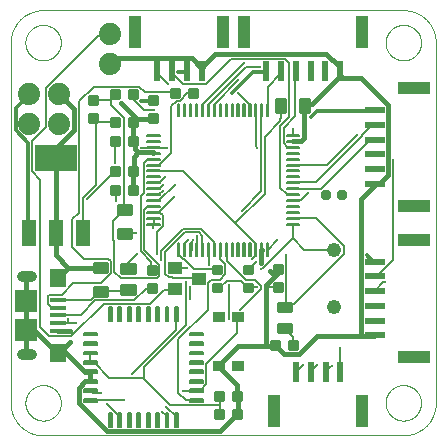
<source format=gtl>
G75*
%MOIN*%
%OFA0B0*%
%FSLAX25Y25*%
%IPPOS*%
%LPD*%
%AMOC8*
5,1,8,0,0,1.08239X$1,22.5*
%
%ADD10C,0.00000*%
%ADD11C,0.00875*%
%ADD12C,0.01000*%
%ADD13C,0.04800*%
%ADD14C,0.03750*%
%ADD15R,0.06693X0.02362*%
%ADD16R,0.11024X0.03937*%
%ADD17R,0.02362X0.06693*%
%ADD18R,0.03937X0.11024*%
%ADD19C,0.07400*%
%ADD20C,0.00591*%
%ADD21C,0.00630*%
%ADD22R,0.04500X0.04000*%
%ADD23R,0.03937X0.03543*%
%ADD24R,0.05000X0.09000*%
%ADD25R,0.14000X0.08500*%
%ADD26R,0.05315X0.01575*%
%ADD27R,0.05512X0.06299*%
%ADD28C,0.00039*%
%ADD29R,0.07480X0.07480*%
%ADD30C,0.03543*%
%ADD31C,0.00796*%
%ADD32C,0.01000*%
%ADD33C,0.01593*%
%ADD34C,0.01600*%
%ADD35C,0.01195*%
D10*
X0006040Y0013081D02*
X0006040Y0133159D01*
X0010961Y0133159D02*
X0010963Y0133312D01*
X0010969Y0133466D01*
X0010979Y0133619D01*
X0010993Y0133771D01*
X0011011Y0133924D01*
X0011033Y0134075D01*
X0011058Y0134226D01*
X0011088Y0134377D01*
X0011122Y0134527D01*
X0011159Y0134675D01*
X0011200Y0134823D01*
X0011245Y0134969D01*
X0011294Y0135115D01*
X0011347Y0135259D01*
X0011403Y0135401D01*
X0011463Y0135542D01*
X0011527Y0135682D01*
X0011594Y0135820D01*
X0011665Y0135956D01*
X0011740Y0136090D01*
X0011817Y0136222D01*
X0011899Y0136352D01*
X0011983Y0136480D01*
X0012071Y0136606D01*
X0012162Y0136729D01*
X0012256Y0136850D01*
X0012354Y0136968D01*
X0012454Y0137084D01*
X0012558Y0137197D01*
X0012664Y0137308D01*
X0012773Y0137416D01*
X0012885Y0137521D01*
X0012999Y0137622D01*
X0013117Y0137721D01*
X0013236Y0137817D01*
X0013358Y0137910D01*
X0013483Y0137999D01*
X0013610Y0138086D01*
X0013739Y0138168D01*
X0013870Y0138248D01*
X0014003Y0138324D01*
X0014138Y0138397D01*
X0014275Y0138466D01*
X0014414Y0138531D01*
X0014554Y0138593D01*
X0014696Y0138651D01*
X0014839Y0138706D01*
X0014984Y0138757D01*
X0015130Y0138804D01*
X0015277Y0138847D01*
X0015425Y0138886D01*
X0015574Y0138922D01*
X0015724Y0138953D01*
X0015875Y0138981D01*
X0016026Y0139005D01*
X0016179Y0139025D01*
X0016331Y0139041D01*
X0016484Y0139053D01*
X0016637Y0139061D01*
X0016790Y0139065D01*
X0016944Y0139065D01*
X0017097Y0139061D01*
X0017250Y0139053D01*
X0017403Y0139041D01*
X0017555Y0139025D01*
X0017708Y0139005D01*
X0017859Y0138981D01*
X0018010Y0138953D01*
X0018160Y0138922D01*
X0018309Y0138886D01*
X0018457Y0138847D01*
X0018604Y0138804D01*
X0018750Y0138757D01*
X0018895Y0138706D01*
X0019038Y0138651D01*
X0019180Y0138593D01*
X0019320Y0138531D01*
X0019459Y0138466D01*
X0019596Y0138397D01*
X0019731Y0138324D01*
X0019864Y0138248D01*
X0019995Y0138168D01*
X0020124Y0138086D01*
X0020251Y0137999D01*
X0020376Y0137910D01*
X0020498Y0137817D01*
X0020617Y0137721D01*
X0020735Y0137622D01*
X0020849Y0137521D01*
X0020961Y0137416D01*
X0021070Y0137308D01*
X0021176Y0137197D01*
X0021280Y0137084D01*
X0021380Y0136968D01*
X0021478Y0136850D01*
X0021572Y0136729D01*
X0021663Y0136606D01*
X0021751Y0136480D01*
X0021835Y0136352D01*
X0021917Y0136222D01*
X0021994Y0136090D01*
X0022069Y0135956D01*
X0022140Y0135820D01*
X0022207Y0135682D01*
X0022271Y0135542D01*
X0022331Y0135401D01*
X0022387Y0135259D01*
X0022440Y0135115D01*
X0022489Y0134969D01*
X0022534Y0134823D01*
X0022575Y0134675D01*
X0022612Y0134527D01*
X0022646Y0134377D01*
X0022676Y0134226D01*
X0022701Y0134075D01*
X0022723Y0133924D01*
X0022741Y0133771D01*
X0022755Y0133619D01*
X0022765Y0133466D01*
X0022771Y0133312D01*
X0022773Y0133159D01*
X0022771Y0133006D01*
X0022765Y0132852D01*
X0022755Y0132699D01*
X0022741Y0132547D01*
X0022723Y0132394D01*
X0022701Y0132243D01*
X0022676Y0132092D01*
X0022646Y0131941D01*
X0022612Y0131791D01*
X0022575Y0131643D01*
X0022534Y0131495D01*
X0022489Y0131349D01*
X0022440Y0131203D01*
X0022387Y0131059D01*
X0022331Y0130917D01*
X0022271Y0130776D01*
X0022207Y0130636D01*
X0022140Y0130498D01*
X0022069Y0130362D01*
X0021994Y0130228D01*
X0021917Y0130096D01*
X0021835Y0129966D01*
X0021751Y0129838D01*
X0021663Y0129712D01*
X0021572Y0129589D01*
X0021478Y0129468D01*
X0021380Y0129350D01*
X0021280Y0129234D01*
X0021176Y0129121D01*
X0021070Y0129010D01*
X0020961Y0128902D01*
X0020849Y0128797D01*
X0020735Y0128696D01*
X0020617Y0128597D01*
X0020498Y0128501D01*
X0020376Y0128408D01*
X0020251Y0128319D01*
X0020124Y0128232D01*
X0019995Y0128150D01*
X0019864Y0128070D01*
X0019731Y0127994D01*
X0019596Y0127921D01*
X0019459Y0127852D01*
X0019320Y0127787D01*
X0019180Y0127725D01*
X0019038Y0127667D01*
X0018895Y0127612D01*
X0018750Y0127561D01*
X0018604Y0127514D01*
X0018457Y0127471D01*
X0018309Y0127432D01*
X0018160Y0127396D01*
X0018010Y0127365D01*
X0017859Y0127337D01*
X0017708Y0127313D01*
X0017555Y0127293D01*
X0017403Y0127277D01*
X0017250Y0127265D01*
X0017097Y0127257D01*
X0016944Y0127253D01*
X0016790Y0127253D01*
X0016637Y0127257D01*
X0016484Y0127265D01*
X0016331Y0127277D01*
X0016179Y0127293D01*
X0016026Y0127313D01*
X0015875Y0127337D01*
X0015724Y0127365D01*
X0015574Y0127396D01*
X0015425Y0127432D01*
X0015277Y0127471D01*
X0015130Y0127514D01*
X0014984Y0127561D01*
X0014839Y0127612D01*
X0014696Y0127667D01*
X0014554Y0127725D01*
X0014414Y0127787D01*
X0014275Y0127852D01*
X0014138Y0127921D01*
X0014003Y0127994D01*
X0013870Y0128070D01*
X0013739Y0128150D01*
X0013610Y0128232D01*
X0013483Y0128319D01*
X0013358Y0128408D01*
X0013236Y0128501D01*
X0013117Y0128597D01*
X0012999Y0128696D01*
X0012885Y0128797D01*
X0012773Y0128902D01*
X0012664Y0129010D01*
X0012558Y0129121D01*
X0012454Y0129234D01*
X0012354Y0129350D01*
X0012256Y0129468D01*
X0012162Y0129589D01*
X0012071Y0129712D01*
X0011983Y0129838D01*
X0011899Y0129966D01*
X0011817Y0130096D01*
X0011740Y0130228D01*
X0011665Y0130362D01*
X0011594Y0130498D01*
X0011527Y0130636D01*
X0011463Y0130776D01*
X0011403Y0130917D01*
X0011347Y0131059D01*
X0011294Y0131203D01*
X0011245Y0131349D01*
X0011200Y0131495D01*
X0011159Y0131643D01*
X0011122Y0131791D01*
X0011088Y0131941D01*
X0011058Y0132092D01*
X0011033Y0132243D01*
X0011011Y0132394D01*
X0010993Y0132547D01*
X0010979Y0132699D01*
X0010969Y0132852D01*
X0010963Y0133006D01*
X0010961Y0133159D01*
X0006040Y0133159D02*
X0006043Y0133421D01*
X0006053Y0133682D01*
X0006068Y0133943D01*
X0006091Y0134204D01*
X0006119Y0134464D01*
X0006154Y0134723D01*
X0006195Y0134982D01*
X0006242Y0135239D01*
X0006295Y0135495D01*
X0006355Y0135750D01*
X0006420Y0136003D01*
X0006492Y0136255D01*
X0006570Y0136505D01*
X0006654Y0136753D01*
X0006744Y0136998D01*
X0006839Y0137242D01*
X0006941Y0137483D01*
X0007048Y0137722D01*
X0007161Y0137957D01*
X0007280Y0138191D01*
X0007405Y0138421D01*
X0007534Y0138648D01*
X0007670Y0138872D01*
X0007811Y0139092D01*
X0007957Y0139309D01*
X0008108Y0139523D01*
X0008264Y0139733D01*
X0008425Y0139939D01*
X0008592Y0140141D01*
X0008763Y0140339D01*
X0008939Y0140532D01*
X0009119Y0140722D01*
X0009304Y0140907D01*
X0009494Y0141087D01*
X0009687Y0141263D01*
X0009885Y0141434D01*
X0010087Y0141601D01*
X0010293Y0141762D01*
X0010503Y0141918D01*
X0010717Y0142069D01*
X0010934Y0142215D01*
X0011154Y0142356D01*
X0011378Y0142492D01*
X0011605Y0142621D01*
X0011835Y0142746D01*
X0012069Y0142865D01*
X0012304Y0142978D01*
X0012543Y0143085D01*
X0012784Y0143187D01*
X0013028Y0143282D01*
X0013273Y0143372D01*
X0013521Y0143456D01*
X0013771Y0143534D01*
X0014023Y0143606D01*
X0014276Y0143671D01*
X0014531Y0143731D01*
X0014787Y0143784D01*
X0015044Y0143831D01*
X0015303Y0143872D01*
X0015562Y0143907D01*
X0015822Y0143935D01*
X0016083Y0143958D01*
X0016344Y0143973D01*
X0016605Y0143983D01*
X0016867Y0143986D01*
X0136946Y0143986D01*
X0131040Y0133159D02*
X0131042Y0133312D01*
X0131048Y0133466D01*
X0131058Y0133619D01*
X0131072Y0133771D01*
X0131090Y0133924D01*
X0131112Y0134075D01*
X0131137Y0134226D01*
X0131167Y0134377D01*
X0131201Y0134527D01*
X0131238Y0134675D01*
X0131279Y0134823D01*
X0131324Y0134969D01*
X0131373Y0135115D01*
X0131426Y0135259D01*
X0131482Y0135401D01*
X0131542Y0135542D01*
X0131606Y0135682D01*
X0131673Y0135820D01*
X0131744Y0135956D01*
X0131819Y0136090D01*
X0131896Y0136222D01*
X0131978Y0136352D01*
X0132062Y0136480D01*
X0132150Y0136606D01*
X0132241Y0136729D01*
X0132335Y0136850D01*
X0132433Y0136968D01*
X0132533Y0137084D01*
X0132637Y0137197D01*
X0132743Y0137308D01*
X0132852Y0137416D01*
X0132964Y0137521D01*
X0133078Y0137622D01*
X0133196Y0137721D01*
X0133315Y0137817D01*
X0133437Y0137910D01*
X0133562Y0137999D01*
X0133689Y0138086D01*
X0133818Y0138168D01*
X0133949Y0138248D01*
X0134082Y0138324D01*
X0134217Y0138397D01*
X0134354Y0138466D01*
X0134493Y0138531D01*
X0134633Y0138593D01*
X0134775Y0138651D01*
X0134918Y0138706D01*
X0135063Y0138757D01*
X0135209Y0138804D01*
X0135356Y0138847D01*
X0135504Y0138886D01*
X0135653Y0138922D01*
X0135803Y0138953D01*
X0135954Y0138981D01*
X0136105Y0139005D01*
X0136258Y0139025D01*
X0136410Y0139041D01*
X0136563Y0139053D01*
X0136716Y0139061D01*
X0136869Y0139065D01*
X0137023Y0139065D01*
X0137176Y0139061D01*
X0137329Y0139053D01*
X0137482Y0139041D01*
X0137634Y0139025D01*
X0137787Y0139005D01*
X0137938Y0138981D01*
X0138089Y0138953D01*
X0138239Y0138922D01*
X0138388Y0138886D01*
X0138536Y0138847D01*
X0138683Y0138804D01*
X0138829Y0138757D01*
X0138974Y0138706D01*
X0139117Y0138651D01*
X0139259Y0138593D01*
X0139399Y0138531D01*
X0139538Y0138466D01*
X0139675Y0138397D01*
X0139810Y0138324D01*
X0139943Y0138248D01*
X0140074Y0138168D01*
X0140203Y0138086D01*
X0140330Y0137999D01*
X0140455Y0137910D01*
X0140577Y0137817D01*
X0140696Y0137721D01*
X0140814Y0137622D01*
X0140928Y0137521D01*
X0141040Y0137416D01*
X0141149Y0137308D01*
X0141255Y0137197D01*
X0141359Y0137084D01*
X0141459Y0136968D01*
X0141557Y0136850D01*
X0141651Y0136729D01*
X0141742Y0136606D01*
X0141830Y0136480D01*
X0141914Y0136352D01*
X0141996Y0136222D01*
X0142073Y0136090D01*
X0142148Y0135956D01*
X0142219Y0135820D01*
X0142286Y0135682D01*
X0142350Y0135542D01*
X0142410Y0135401D01*
X0142466Y0135259D01*
X0142519Y0135115D01*
X0142568Y0134969D01*
X0142613Y0134823D01*
X0142654Y0134675D01*
X0142691Y0134527D01*
X0142725Y0134377D01*
X0142755Y0134226D01*
X0142780Y0134075D01*
X0142802Y0133924D01*
X0142820Y0133771D01*
X0142834Y0133619D01*
X0142844Y0133466D01*
X0142850Y0133312D01*
X0142852Y0133159D01*
X0142850Y0133006D01*
X0142844Y0132852D01*
X0142834Y0132699D01*
X0142820Y0132547D01*
X0142802Y0132394D01*
X0142780Y0132243D01*
X0142755Y0132092D01*
X0142725Y0131941D01*
X0142691Y0131791D01*
X0142654Y0131643D01*
X0142613Y0131495D01*
X0142568Y0131349D01*
X0142519Y0131203D01*
X0142466Y0131059D01*
X0142410Y0130917D01*
X0142350Y0130776D01*
X0142286Y0130636D01*
X0142219Y0130498D01*
X0142148Y0130362D01*
X0142073Y0130228D01*
X0141996Y0130096D01*
X0141914Y0129966D01*
X0141830Y0129838D01*
X0141742Y0129712D01*
X0141651Y0129589D01*
X0141557Y0129468D01*
X0141459Y0129350D01*
X0141359Y0129234D01*
X0141255Y0129121D01*
X0141149Y0129010D01*
X0141040Y0128902D01*
X0140928Y0128797D01*
X0140814Y0128696D01*
X0140696Y0128597D01*
X0140577Y0128501D01*
X0140455Y0128408D01*
X0140330Y0128319D01*
X0140203Y0128232D01*
X0140074Y0128150D01*
X0139943Y0128070D01*
X0139810Y0127994D01*
X0139675Y0127921D01*
X0139538Y0127852D01*
X0139399Y0127787D01*
X0139259Y0127725D01*
X0139117Y0127667D01*
X0138974Y0127612D01*
X0138829Y0127561D01*
X0138683Y0127514D01*
X0138536Y0127471D01*
X0138388Y0127432D01*
X0138239Y0127396D01*
X0138089Y0127365D01*
X0137938Y0127337D01*
X0137787Y0127313D01*
X0137634Y0127293D01*
X0137482Y0127277D01*
X0137329Y0127265D01*
X0137176Y0127257D01*
X0137023Y0127253D01*
X0136869Y0127253D01*
X0136716Y0127257D01*
X0136563Y0127265D01*
X0136410Y0127277D01*
X0136258Y0127293D01*
X0136105Y0127313D01*
X0135954Y0127337D01*
X0135803Y0127365D01*
X0135653Y0127396D01*
X0135504Y0127432D01*
X0135356Y0127471D01*
X0135209Y0127514D01*
X0135063Y0127561D01*
X0134918Y0127612D01*
X0134775Y0127667D01*
X0134633Y0127725D01*
X0134493Y0127787D01*
X0134354Y0127852D01*
X0134217Y0127921D01*
X0134082Y0127994D01*
X0133949Y0128070D01*
X0133818Y0128150D01*
X0133689Y0128232D01*
X0133562Y0128319D01*
X0133437Y0128408D01*
X0133315Y0128501D01*
X0133196Y0128597D01*
X0133078Y0128696D01*
X0132964Y0128797D01*
X0132852Y0128902D01*
X0132743Y0129010D01*
X0132637Y0129121D01*
X0132533Y0129234D01*
X0132433Y0129350D01*
X0132335Y0129468D01*
X0132241Y0129589D01*
X0132150Y0129712D01*
X0132062Y0129838D01*
X0131978Y0129966D01*
X0131896Y0130096D01*
X0131819Y0130228D01*
X0131744Y0130362D01*
X0131673Y0130498D01*
X0131606Y0130636D01*
X0131542Y0130776D01*
X0131482Y0130917D01*
X0131426Y0131059D01*
X0131373Y0131203D01*
X0131324Y0131349D01*
X0131279Y0131495D01*
X0131238Y0131643D01*
X0131201Y0131791D01*
X0131167Y0131941D01*
X0131137Y0132092D01*
X0131112Y0132243D01*
X0131090Y0132394D01*
X0131072Y0132547D01*
X0131058Y0132699D01*
X0131048Y0132852D01*
X0131042Y0133006D01*
X0131040Y0133159D01*
X0136946Y0143986D02*
X0137208Y0143983D01*
X0137469Y0143973D01*
X0137730Y0143958D01*
X0137991Y0143935D01*
X0138251Y0143907D01*
X0138510Y0143872D01*
X0138769Y0143831D01*
X0139026Y0143784D01*
X0139282Y0143731D01*
X0139537Y0143671D01*
X0139790Y0143606D01*
X0140042Y0143534D01*
X0140292Y0143456D01*
X0140540Y0143372D01*
X0140785Y0143282D01*
X0141029Y0143187D01*
X0141270Y0143085D01*
X0141509Y0142978D01*
X0141744Y0142865D01*
X0141978Y0142746D01*
X0142208Y0142621D01*
X0142435Y0142492D01*
X0142659Y0142356D01*
X0142879Y0142215D01*
X0143096Y0142069D01*
X0143310Y0141918D01*
X0143520Y0141762D01*
X0143726Y0141601D01*
X0143928Y0141434D01*
X0144126Y0141263D01*
X0144319Y0141087D01*
X0144509Y0140907D01*
X0144694Y0140722D01*
X0144874Y0140532D01*
X0145050Y0140339D01*
X0145221Y0140141D01*
X0145388Y0139939D01*
X0145549Y0139733D01*
X0145705Y0139523D01*
X0145856Y0139309D01*
X0146002Y0139092D01*
X0146143Y0138872D01*
X0146279Y0138648D01*
X0146408Y0138421D01*
X0146533Y0138191D01*
X0146652Y0137957D01*
X0146765Y0137722D01*
X0146872Y0137483D01*
X0146974Y0137242D01*
X0147069Y0136998D01*
X0147159Y0136753D01*
X0147243Y0136505D01*
X0147321Y0136255D01*
X0147393Y0136003D01*
X0147458Y0135750D01*
X0147518Y0135495D01*
X0147571Y0135239D01*
X0147618Y0134982D01*
X0147659Y0134723D01*
X0147694Y0134464D01*
X0147722Y0134204D01*
X0147745Y0133943D01*
X0147760Y0133682D01*
X0147770Y0133421D01*
X0147773Y0133159D01*
X0147772Y0133159D02*
X0147772Y0013081D01*
X0131040Y0013081D02*
X0131042Y0013234D01*
X0131048Y0013388D01*
X0131058Y0013541D01*
X0131072Y0013693D01*
X0131090Y0013846D01*
X0131112Y0013997D01*
X0131137Y0014148D01*
X0131167Y0014299D01*
X0131201Y0014449D01*
X0131238Y0014597D01*
X0131279Y0014745D01*
X0131324Y0014891D01*
X0131373Y0015037D01*
X0131426Y0015181D01*
X0131482Y0015323D01*
X0131542Y0015464D01*
X0131606Y0015604D01*
X0131673Y0015742D01*
X0131744Y0015878D01*
X0131819Y0016012D01*
X0131896Y0016144D01*
X0131978Y0016274D01*
X0132062Y0016402D01*
X0132150Y0016528D01*
X0132241Y0016651D01*
X0132335Y0016772D01*
X0132433Y0016890D01*
X0132533Y0017006D01*
X0132637Y0017119D01*
X0132743Y0017230D01*
X0132852Y0017338D01*
X0132964Y0017443D01*
X0133078Y0017544D01*
X0133196Y0017643D01*
X0133315Y0017739D01*
X0133437Y0017832D01*
X0133562Y0017921D01*
X0133689Y0018008D01*
X0133818Y0018090D01*
X0133949Y0018170D01*
X0134082Y0018246D01*
X0134217Y0018319D01*
X0134354Y0018388D01*
X0134493Y0018453D01*
X0134633Y0018515D01*
X0134775Y0018573D01*
X0134918Y0018628D01*
X0135063Y0018679D01*
X0135209Y0018726D01*
X0135356Y0018769D01*
X0135504Y0018808D01*
X0135653Y0018844D01*
X0135803Y0018875D01*
X0135954Y0018903D01*
X0136105Y0018927D01*
X0136258Y0018947D01*
X0136410Y0018963D01*
X0136563Y0018975D01*
X0136716Y0018983D01*
X0136869Y0018987D01*
X0137023Y0018987D01*
X0137176Y0018983D01*
X0137329Y0018975D01*
X0137482Y0018963D01*
X0137634Y0018947D01*
X0137787Y0018927D01*
X0137938Y0018903D01*
X0138089Y0018875D01*
X0138239Y0018844D01*
X0138388Y0018808D01*
X0138536Y0018769D01*
X0138683Y0018726D01*
X0138829Y0018679D01*
X0138974Y0018628D01*
X0139117Y0018573D01*
X0139259Y0018515D01*
X0139399Y0018453D01*
X0139538Y0018388D01*
X0139675Y0018319D01*
X0139810Y0018246D01*
X0139943Y0018170D01*
X0140074Y0018090D01*
X0140203Y0018008D01*
X0140330Y0017921D01*
X0140455Y0017832D01*
X0140577Y0017739D01*
X0140696Y0017643D01*
X0140814Y0017544D01*
X0140928Y0017443D01*
X0141040Y0017338D01*
X0141149Y0017230D01*
X0141255Y0017119D01*
X0141359Y0017006D01*
X0141459Y0016890D01*
X0141557Y0016772D01*
X0141651Y0016651D01*
X0141742Y0016528D01*
X0141830Y0016402D01*
X0141914Y0016274D01*
X0141996Y0016144D01*
X0142073Y0016012D01*
X0142148Y0015878D01*
X0142219Y0015742D01*
X0142286Y0015604D01*
X0142350Y0015464D01*
X0142410Y0015323D01*
X0142466Y0015181D01*
X0142519Y0015037D01*
X0142568Y0014891D01*
X0142613Y0014745D01*
X0142654Y0014597D01*
X0142691Y0014449D01*
X0142725Y0014299D01*
X0142755Y0014148D01*
X0142780Y0013997D01*
X0142802Y0013846D01*
X0142820Y0013693D01*
X0142834Y0013541D01*
X0142844Y0013388D01*
X0142850Y0013234D01*
X0142852Y0013081D01*
X0142850Y0012928D01*
X0142844Y0012774D01*
X0142834Y0012621D01*
X0142820Y0012469D01*
X0142802Y0012316D01*
X0142780Y0012165D01*
X0142755Y0012014D01*
X0142725Y0011863D01*
X0142691Y0011713D01*
X0142654Y0011565D01*
X0142613Y0011417D01*
X0142568Y0011271D01*
X0142519Y0011125D01*
X0142466Y0010981D01*
X0142410Y0010839D01*
X0142350Y0010698D01*
X0142286Y0010558D01*
X0142219Y0010420D01*
X0142148Y0010284D01*
X0142073Y0010150D01*
X0141996Y0010018D01*
X0141914Y0009888D01*
X0141830Y0009760D01*
X0141742Y0009634D01*
X0141651Y0009511D01*
X0141557Y0009390D01*
X0141459Y0009272D01*
X0141359Y0009156D01*
X0141255Y0009043D01*
X0141149Y0008932D01*
X0141040Y0008824D01*
X0140928Y0008719D01*
X0140814Y0008618D01*
X0140696Y0008519D01*
X0140577Y0008423D01*
X0140455Y0008330D01*
X0140330Y0008241D01*
X0140203Y0008154D01*
X0140074Y0008072D01*
X0139943Y0007992D01*
X0139810Y0007916D01*
X0139675Y0007843D01*
X0139538Y0007774D01*
X0139399Y0007709D01*
X0139259Y0007647D01*
X0139117Y0007589D01*
X0138974Y0007534D01*
X0138829Y0007483D01*
X0138683Y0007436D01*
X0138536Y0007393D01*
X0138388Y0007354D01*
X0138239Y0007318D01*
X0138089Y0007287D01*
X0137938Y0007259D01*
X0137787Y0007235D01*
X0137634Y0007215D01*
X0137482Y0007199D01*
X0137329Y0007187D01*
X0137176Y0007179D01*
X0137023Y0007175D01*
X0136869Y0007175D01*
X0136716Y0007179D01*
X0136563Y0007187D01*
X0136410Y0007199D01*
X0136258Y0007215D01*
X0136105Y0007235D01*
X0135954Y0007259D01*
X0135803Y0007287D01*
X0135653Y0007318D01*
X0135504Y0007354D01*
X0135356Y0007393D01*
X0135209Y0007436D01*
X0135063Y0007483D01*
X0134918Y0007534D01*
X0134775Y0007589D01*
X0134633Y0007647D01*
X0134493Y0007709D01*
X0134354Y0007774D01*
X0134217Y0007843D01*
X0134082Y0007916D01*
X0133949Y0007992D01*
X0133818Y0008072D01*
X0133689Y0008154D01*
X0133562Y0008241D01*
X0133437Y0008330D01*
X0133315Y0008423D01*
X0133196Y0008519D01*
X0133078Y0008618D01*
X0132964Y0008719D01*
X0132852Y0008824D01*
X0132743Y0008932D01*
X0132637Y0009043D01*
X0132533Y0009156D01*
X0132433Y0009272D01*
X0132335Y0009390D01*
X0132241Y0009511D01*
X0132150Y0009634D01*
X0132062Y0009760D01*
X0131978Y0009888D01*
X0131896Y0010018D01*
X0131819Y0010150D01*
X0131744Y0010284D01*
X0131673Y0010420D01*
X0131606Y0010558D01*
X0131542Y0010698D01*
X0131482Y0010839D01*
X0131426Y0010981D01*
X0131373Y0011125D01*
X0131324Y0011271D01*
X0131279Y0011417D01*
X0131238Y0011565D01*
X0131201Y0011713D01*
X0131167Y0011863D01*
X0131137Y0012014D01*
X0131112Y0012165D01*
X0131090Y0012316D01*
X0131072Y0012469D01*
X0131058Y0012621D01*
X0131048Y0012774D01*
X0131042Y0012928D01*
X0131040Y0013081D01*
X0136946Y0002254D02*
X0137208Y0002257D01*
X0137469Y0002267D01*
X0137730Y0002282D01*
X0137991Y0002305D01*
X0138251Y0002333D01*
X0138510Y0002368D01*
X0138769Y0002409D01*
X0139026Y0002456D01*
X0139282Y0002509D01*
X0139537Y0002569D01*
X0139790Y0002634D01*
X0140042Y0002706D01*
X0140292Y0002784D01*
X0140540Y0002868D01*
X0140785Y0002958D01*
X0141029Y0003053D01*
X0141270Y0003155D01*
X0141509Y0003262D01*
X0141744Y0003375D01*
X0141978Y0003494D01*
X0142208Y0003619D01*
X0142435Y0003748D01*
X0142659Y0003884D01*
X0142879Y0004025D01*
X0143096Y0004171D01*
X0143310Y0004322D01*
X0143520Y0004478D01*
X0143726Y0004639D01*
X0143928Y0004806D01*
X0144126Y0004977D01*
X0144319Y0005153D01*
X0144509Y0005333D01*
X0144694Y0005518D01*
X0144874Y0005708D01*
X0145050Y0005901D01*
X0145221Y0006099D01*
X0145388Y0006301D01*
X0145549Y0006507D01*
X0145705Y0006717D01*
X0145856Y0006931D01*
X0146002Y0007148D01*
X0146143Y0007368D01*
X0146279Y0007592D01*
X0146408Y0007819D01*
X0146533Y0008049D01*
X0146652Y0008283D01*
X0146765Y0008518D01*
X0146872Y0008757D01*
X0146974Y0008998D01*
X0147069Y0009242D01*
X0147159Y0009487D01*
X0147243Y0009735D01*
X0147321Y0009985D01*
X0147393Y0010237D01*
X0147458Y0010490D01*
X0147518Y0010745D01*
X0147571Y0011001D01*
X0147618Y0011258D01*
X0147659Y0011517D01*
X0147694Y0011776D01*
X0147722Y0012036D01*
X0147745Y0012297D01*
X0147760Y0012558D01*
X0147770Y0012819D01*
X0147773Y0013081D01*
X0136946Y0002254D02*
X0016867Y0002254D01*
X0010961Y0013081D02*
X0010963Y0013234D01*
X0010969Y0013388D01*
X0010979Y0013541D01*
X0010993Y0013693D01*
X0011011Y0013846D01*
X0011033Y0013997D01*
X0011058Y0014148D01*
X0011088Y0014299D01*
X0011122Y0014449D01*
X0011159Y0014597D01*
X0011200Y0014745D01*
X0011245Y0014891D01*
X0011294Y0015037D01*
X0011347Y0015181D01*
X0011403Y0015323D01*
X0011463Y0015464D01*
X0011527Y0015604D01*
X0011594Y0015742D01*
X0011665Y0015878D01*
X0011740Y0016012D01*
X0011817Y0016144D01*
X0011899Y0016274D01*
X0011983Y0016402D01*
X0012071Y0016528D01*
X0012162Y0016651D01*
X0012256Y0016772D01*
X0012354Y0016890D01*
X0012454Y0017006D01*
X0012558Y0017119D01*
X0012664Y0017230D01*
X0012773Y0017338D01*
X0012885Y0017443D01*
X0012999Y0017544D01*
X0013117Y0017643D01*
X0013236Y0017739D01*
X0013358Y0017832D01*
X0013483Y0017921D01*
X0013610Y0018008D01*
X0013739Y0018090D01*
X0013870Y0018170D01*
X0014003Y0018246D01*
X0014138Y0018319D01*
X0014275Y0018388D01*
X0014414Y0018453D01*
X0014554Y0018515D01*
X0014696Y0018573D01*
X0014839Y0018628D01*
X0014984Y0018679D01*
X0015130Y0018726D01*
X0015277Y0018769D01*
X0015425Y0018808D01*
X0015574Y0018844D01*
X0015724Y0018875D01*
X0015875Y0018903D01*
X0016026Y0018927D01*
X0016179Y0018947D01*
X0016331Y0018963D01*
X0016484Y0018975D01*
X0016637Y0018983D01*
X0016790Y0018987D01*
X0016944Y0018987D01*
X0017097Y0018983D01*
X0017250Y0018975D01*
X0017403Y0018963D01*
X0017555Y0018947D01*
X0017708Y0018927D01*
X0017859Y0018903D01*
X0018010Y0018875D01*
X0018160Y0018844D01*
X0018309Y0018808D01*
X0018457Y0018769D01*
X0018604Y0018726D01*
X0018750Y0018679D01*
X0018895Y0018628D01*
X0019038Y0018573D01*
X0019180Y0018515D01*
X0019320Y0018453D01*
X0019459Y0018388D01*
X0019596Y0018319D01*
X0019731Y0018246D01*
X0019864Y0018170D01*
X0019995Y0018090D01*
X0020124Y0018008D01*
X0020251Y0017921D01*
X0020376Y0017832D01*
X0020498Y0017739D01*
X0020617Y0017643D01*
X0020735Y0017544D01*
X0020849Y0017443D01*
X0020961Y0017338D01*
X0021070Y0017230D01*
X0021176Y0017119D01*
X0021280Y0017006D01*
X0021380Y0016890D01*
X0021478Y0016772D01*
X0021572Y0016651D01*
X0021663Y0016528D01*
X0021751Y0016402D01*
X0021835Y0016274D01*
X0021917Y0016144D01*
X0021994Y0016012D01*
X0022069Y0015878D01*
X0022140Y0015742D01*
X0022207Y0015604D01*
X0022271Y0015464D01*
X0022331Y0015323D01*
X0022387Y0015181D01*
X0022440Y0015037D01*
X0022489Y0014891D01*
X0022534Y0014745D01*
X0022575Y0014597D01*
X0022612Y0014449D01*
X0022646Y0014299D01*
X0022676Y0014148D01*
X0022701Y0013997D01*
X0022723Y0013846D01*
X0022741Y0013693D01*
X0022755Y0013541D01*
X0022765Y0013388D01*
X0022771Y0013234D01*
X0022773Y0013081D01*
X0022771Y0012928D01*
X0022765Y0012774D01*
X0022755Y0012621D01*
X0022741Y0012469D01*
X0022723Y0012316D01*
X0022701Y0012165D01*
X0022676Y0012014D01*
X0022646Y0011863D01*
X0022612Y0011713D01*
X0022575Y0011565D01*
X0022534Y0011417D01*
X0022489Y0011271D01*
X0022440Y0011125D01*
X0022387Y0010981D01*
X0022331Y0010839D01*
X0022271Y0010698D01*
X0022207Y0010558D01*
X0022140Y0010420D01*
X0022069Y0010284D01*
X0021994Y0010150D01*
X0021917Y0010018D01*
X0021835Y0009888D01*
X0021751Y0009760D01*
X0021663Y0009634D01*
X0021572Y0009511D01*
X0021478Y0009390D01*
X0021380Y0009272D01*
X0021280Y0009156D01*
X0021176Y0009043D01*
X0021070Y0008932D01*
X0020961Y0008824D01*
X0020849Y0008719D01*
X0020735Y0008618D01*
X0020617Y0008519D01*
X0020498Y0008423D01*
X0020376Y0008330D01*
X0020251Y0008241D01*
X0020124Y0008154D01*
X0019995Y0008072D01*
X0019864Y0007992D01*
X0019731Y0007916D01*
X0019596Y0007843D01*
X0019459Y0007774D01*
X0019320Y0007709D01*
X0019180Y0007647D01*
X0019038Y0007589D01*
X0018895Y0007534D01*
X0018750Y0007483D01*
X0018604Y0007436D01*
X0018457Y0007393D01*
X0018309Y0007354D01*
X0018160Y0007318D01*
X0018010Y0007287D01*
X0017859Y0007259D01*
X0017708Y0007235D01*
X0017555Y0007215D01*
X0017403Y0007199D01*
X0017250Y0007187D01*
X0017097Y0007179D01*
X0016944Y0007175D01*
X0016790Y0007175D01*
X0016637Y0007179D01*
X0016484Y0007187D01*
X0016331Y0007199D01*
X0016179Y0007215D01*
X0016026Y0007235D01*
X0015875Y0007259D01*
X0015724Y0007287D01*
X0015574Y0007318D01*
X0015425Y0007354D01*
X0015277Y0007393D01*
X0015130Y0007436D01*
X0014984Y0007483D01*
X0014839Y0007534D01*
X0014696Y0007589D01*
X0014554Y0007647D01*
X0014414Y0007709D01*
X0014275Y0007774D01*
X0014138Y0007843D01*
X0014003Y0007916D01*
X0013870Y0007992D01*
X0013739Y0008072D01*
X0013610Y0008154D01*
X0013483Y0008241D01*
X0013358Y0008330D01*
X0013236Y0008423D01*
X0013117Y0008519D01*
X0012999Y0008618D01*
X0012885Y0008719D01*
X0012773Y0008824D01*
X0012664Y0008932D01*
X0012558Y0009043D01*
X0012454Y0009156D01*
X0012354Y0009272D01*
X0012256Y0009390D01*
X0012162Y0009511D01*
X0012071Y0009634D01*
X0011983Y0009760D01*
X0011899Y0009888D01*
X0011817Y0010018D01*
X0011740Y0010150D01*
X0011665Y0010284D01*
X0011594Y0010420D01*
X0011527Y0010558D01*
X0011463Y0010698D01*
X0011403Y0010839D01*
X0011347Y0010981D01*
X0011294Y0011125D01*
X0011245Y0011271D01*
X0011200Y0011417D01*
X0011159Y0011565D01*
X0011122Y0011713D01*
X0011088Y0011863D01*
X0011058Y0012014D01*
X0011033Y0012165D01*
X0011011Y0012316D01*
X0010993Y0012469D01*
X0010979Y0012621D01*
X0010969Y0012774D01*
X0010963Y0012928D01*
X0010961Y0013081D01*
X0006040Y0013081D02*
X0006043Y0012819D01*
X0006053Y0012558D01*
X0006068Y0012297D01*
X0006091Y0012036D01*
X0006119Y0011776D01*
X0006154Y0011517D01*
X0006195Y0011258D01*
X0006242Y0011001D01*
X0006295Y0010745D01*
X0006355Y0010490D01*
X0006420Y0010237D01*
X0006492Y0009985D01*
X0006570Y0009735D01*
X0006654Y0009487D01*
X0006744Y0009242D01*
X0006839Y0008998D01*
X0006941Y0008757D01*
X0007048Y0008518D01*
X0007161Y0008283D01*
X0007280Y0008049D01*
X0007405Y0007819D01*
X0007534Y0007592D01*
X0007670Y0007368D01*
X0007811Y0007148D01*
X0007957Y0006931D01*
X0008108Y0006717D01*
X0008264Y0006507D01*
X0008425Y0006301D01*
X0008592Y0006099D01*
X0008763Y0005901D01*
X0008939Y0005708D01*
X0009119Y0005518D01*
X0009304Y0005333D01*
X0009494Y0005153D01*
X0009687Y0004977D01*
X0009885Y0004806D01*
X0010087Y0004639D01*
X0010293Y0004478D01*
X0010503Y0004322D01*
X0010717Y0004171D01*
X0010934Y0004025D01*
X0011154Y0003884D01*
X0011378Y0003748D01*
X0011605Y0003619D01*
X0011835Y0003494D01*
X0012069Y0003375D01*
X0012304Y0003262D01*
X0012543Y0003155D01*
X0012784Y0003053D01*
X0013028Y0002958D01*
X0013273Y0002868D01*
X0013521Y0002784D01*
X0013771Y0002706D01*
X0014023Y0002634D01*
X0014276Y0002569D01*
X0014531Y0002509D01*
X0014787Y0002456D01*
X0015044Y0002409D01*
X0015303Y0002368D01*
X0015562Y0002333D01*
X0015822Y0002305D01*
X0016083Y0002282D01*
X0016344Y0002267D01*
X0016605Y0002257D01*
X0016867Y0002254D01*
D11*
X0054353Y0049941D02*
X0054353Y0052567D01*
X0054353Y0049941D02*
X0051727Y0049941D01*
X0051727Y0052567D01*
X0054353Y0052567D01*
X0054353Y0050815D02*
X0051727Y0050815D01*
X0051727Y0051689D02*
X0054353Y0051689D01*
X0054353Y0052563D02*
X0051727Y0052563D01*
X0054353Y0055941D02*
X0054353Y0058567D01*
X0054353Y0055941D02*
X0051727Y0055941D01*
X0051727Y0058567D01*
X0054353Y0058567D01*
X0054353Y0056815D02*
X0051727Y0056815D01*
X0051727Y0057689D02*
X0054353Y0057689D01*
X0054353Y0058563D02*
X0051727Y0058563D01*
X0073559Y0058851D02*
X0073559Y0056225D01*
X0073559Y0058851D02*
X0076185Y0058851D01*
X0076185Y0056225D01*
X0073559Y0056225D01*
X0073559Y0057099D02*
X0076185Y0057099D01*
X0076185Y0057973D02*
X0073559Y0057973D01*
X0073559Y0058847D02*
X0076185Y0058847D01*
X0073559Y0052851D02*
X0073559Y0050225D01*
X0073559Y0052851D02*
X0076185Y0052851D01*
X0076185Y0050225D01*
X0073559Y0050225D01*
X0073559Y0051099D02*
X0076185Y0051099D01*
X0076185Y0051973D02*
X0073559Y0051973D01*
X0073559Y0052847D02*
X0076185Y0052847D01*
X0083891Y0052851D02*
X0083891Y0050225D01*
X0083891Y0052851D02*
X0086517Y0052851D01*
X0086517Y0050225D01*
X0083891Y0050225D01*
X0083891Y0051099D02*
X0086517Y0051099D01*
X0086517Y0051973D02*
X0083891Y0051973D01*
X0083891Y0052847D02*
X0086517Y0052847D01*
X0083891Y0056225D02*
X0083891Y0058851D01*
X0086517Y0058851D01*
X0086517Y0056225D01*
X0083891Y0056225D01*
X0083891Y0057099D02*
X0086517Y0057099D01*
X0086517Y0057973D02*
X0083891Y0057973D01*
X0083891Y0058847D02*
X0086517Y0058847D01*
X0093981Y0059067D02*
X0093981Y0056441D01*
X0093981Y0059067D02*
X0096607Y0059067D01*
X0096607Y0056441D01*
X0093981Y0056441D01*
X0093981Y0057315D02*
X0096607Y0057315D01*
X0096607Y0058189D02*
X0093981Y0058189D01*
X0093981Y0059063D02*
X0096607Y0059063D01*
X0093981Y0053067D02*
X0093981Y0050441D01*
X0093981Y0053067D02*
X0096607Y0053067D01*
X0096607Y0050441D01*
X0093981Y0050441D01*
X0093981Y0051315D02*
X0096607Y0051315D01*
X0096607Y0052189D02*
X0093981Y0052189D01*
X0093981Y0053063D02*
X0096607Y0053063D01*
X0095227Y0046452D02*
X0095227Y0043826D01*
X0095227Y0046452D02*
X0099353Y0046452D01*
X0099353Y0043826D01*
X0095227Y0043826D01*
X0095227Y0044700D02*
X0099353Y0044700D01*
X0099353Y0045574D02*
X0095227Y0045574D01*
X0095227Y0046448D02*
X0099353Y0046448D01*
X0095227Y0039452D02*
X0095227Y0036826D01*
X0095227Y0039452D02*
X0099353Y0039452D01*
X0099353Y0036826D01*
X0095227Y0036826D01*
X0095227Y0037700D02*
X0099353Y0037700D01*
X0099353Y0038574D02*
X0095227Y0038574D01*
X0095227Y0039448D02*
X0099353Y0039448D01*
X0098977Y0030941D02*
X0101603Y0030941D01*
X0098977Y0030941D02*
X0098977Y0033567D01*
X0101603Y0033567D01*
X0101603Y0030941D01*
X0101603Y0031815D02*
X0098977Y0031815D01*
X0098977Y0032689D02*
X0101603Y0032689D01*
X0101603Y0033563D02*
X0098977Y0033563D01*
X0095603Y0030941D02*
X0092977Y0030941D01*
X0092977Y0033567D01*
X0095603Y0033567D01*
X0095603Y0030941D01*
X0095603Y0031815D02*
X0092977Y0031815D01*
X0092977Y0032689D02*
X0095603Y0032689D01*
X0095603Y0033563D02*
X0092977Y0033563D01*
X0082853Y0014187D02*
X0080227Y0014187D01*
X0080227Y0016813D01*
X0082853Y0016813D01*
X0082853Y0014187D01*
X0082853Y0015061D02*
X0080227Y0015061D01*
X0080227Y0015935D02*
X0082853Y0015935D01*
X0082853Y0016809D02*
X0080227Y0016809D01*
X0076853Y0014187D02*
X0074227Y0014187D01*
X0074227Y0016813D01*
X0076853Y0016813D01*
X0076853Y0014187D01*
X0076853Y0015061D02*
X0074227Y0015061D01*
X0074227Y0015935D02*
X0076853Y0015935D01*
X0076853Y0016809D02*
X0074227Y0016809D01*
X0074227Y0007937D02*
X0076853Y0007937D01*
X0074227Y0007937D02*
X0074227Y0010563D01*
X0076853Y0010563D01*
X0076853Y0007937D01*
X0076853Y0008811D02*
X0074227Y0008811D01*
X0074227Y0009685D02*
X0076853Y0009685D01*
X0076853Y0010559D02*
X0074227Y0010559D01*
X0080227Y0007937D02*
X0082853Y0007937D01*
X0080227Y0007937D02*
X0080227Y0010563D01*
X0082853Y0010563D01*
X0082853Y0007937D01*
X0082853Y0008811D02*
X0080227Y0008811D01*
X0080227Y0009685D02*
X0082853Y0009685D01*
X0082853Y0010559D02*
X0080227Y0010559D01*
X0048228Y0082733D02*
X0045602Y0082733D01*
X0045602Y0085359D01*
X0048228Y0085359D01*
X0048228Y0082733D01*
X0048228Y0083607D02*
X0045602Y0083607D01*
X0045602Y0084481D02*
X0048228Y0084481D01*
X0048228Y0085355D02*
X0045602Y0085355D01*
X0042228Y0082733D02*
X0039602Y0082733D01*
X0039602Y0085359D01*
X0042228Y0085359D01*
X0042228Y0082733D01*
X0042228Y0083607D02*
X0039602Y0083607D01*
X0039602Y0084481D02*
X0042228Y0084481D01*
X0042228Y0085355D02*
X0039602Y0085355D01*
X0039602Y0089024D02*
X0042228Y0089024D01*
X0039602Y0089024D02*
X0039602Y0091650D01*
X0042228Y0091650D01*
X0042228Y0089024D01*
X0042228Y0089898D02*
X0039602Y0089898D01*
X0039602Y0090772D02*
X0042228Y0090772D01*
X0042228Y0091646D02*
X0039602Y0091646D01*
X0045602Y0089024D02*
X0048228Y0089024D01*
X0045602Y0089024D02*
X0045602Y0091650D01*
X0048228Y0091650D01*
X0048228Y0089024D01*
X0048228Y0089898D02*
X0045602Y0089898D01*
X0045602Y0090772D02*
X0048228Y0090772D01*
X0048228Y0091646D02*
X0045602Y0091646D01*
X0045602Y0099066D02*
X0048228Y0099066D01*
X0045602Y0099066D02*
X0045602Y0101692D01*
X0048228Y0101692D01*
X0048228Y0099066D01*
X0048228Y0099940D02*
X0045602Y0099940D01*
X0045602Y0100814D02*
X0048228Y0100814D01*
X0048228Y0101688D02*
X0045602Y0101688D01*
X0042228Y0099066D02*
X0039602Y0099066D01*
X0039602Y0101692D01*
X0042228Y0101692D01*
X0042228Y0099066D01*
X0042228Y0099940D02*
X0039602Y0099940D01*
X0039602Y0100814D02*
X0042228Y0100814D01*
X0042228Y0101688D02*
X0039602Y0101688D01*
X0039602Y0105358D02*
X0042228Y0105358D01*
X0039602Y0105358D02*
X0039602Y0107984D01*
X0042228Y0107984D01*
X0042228Y0105358D01*
X0042228Y0106232D02*
X0039602Y0106232D01*
X0039602Y0107106D02*
X0042228Y0107106D01*
X0042228Y0107980D02*
X0039602Y0107980D01*
X0032227Y0106691D02*
X0032227Y0109317D01*
X0034853Y0109317D01*
X0034853Y0106691D01*
X0032227Y0106691D01*
X0032227Y0107565D02*
X0034853Y0107565D01*
X0034853Y0108439D02*
X0032227Y0108439D01*
X0032227Y0109313D02*
X0034853Y0109313D01*
X0032227Y0112691D02*
X0032227Y0115317D01*
X0034853Y0115317D01*
X0034853Y0112691D01*
X0032227Y0112691D01*
X0032227Y0113565D02*
X0034853Y0113565D01*
X0034853Y0114439D02*
X0032227Y0114439D01*
X0032227Y0115313D02*
X0034853Y0115313D01*
X0039602Y0114691D02*
X0042228Y0114691D01*
X0039602Y0114691D02*
X0039602Y0117317D01*
X0042228Y0117317D01*
X0042228Y0114691D01*
X0042228Y0115565D02*
X0039602Y0115565D01*
X0039602Y0116439D02*
X0042228Y0116439D01*
X0042228Y0117313D02*
X0039602Y0117313D01*
X0045602Y0114691D02*
X0048228Y0114691D01*
X0045602Y0114691D02*
X0045602Y0117317D01*
X0048228Y0117317D01*
X0048228Y0114691D01*
X0048228Y0115565D02*
X0045602Y0115565D01*
X0045602Y0116439D02*
X0048228Y0116439D01*
X0048228Y0117313D02*
X0045602Y0117313D01*
X0052227Y0115317D02*
X0052227Y0112691D01*
X0052227Y0115317D02*
X0054853Y0115317D01*
X0054853Y0112691D01*
X0052227Y0112691D01*
X0052227Y0113565D02*
X0054853Y0113565D01*
X0054853Y0114439D02*
X0052227Y0114439D01*
X0052227Y0115313D02*
X0054853Y0115313D01*
X0059602Y0115149D02*
X0062228Y0115149D01*
X0059602Y0115149D02*
X0059602Y0117775D01*
X0062228Y0117775D01*
X0062228Y0115149D01*
X0062228Y0116023D02*
X0059602Y0116023D01*
X0059602Y0116897D02*
X0062228Y0116897D01*
X0062228Y0117771D02*
X0059602Y0117771D01*
X0065602Y0115149D02*
X0068228Y0115149D01*
X0065602Y0115149D02*
X0065602Y0117775D01*
X0068228Y0117775D01*
X0068228Y0115149D01*
X0068228Y0116023D02*
X0065602Y0116023D01*
X0065602Y0116897D02*
X0068228Y0116897D01*
X0068228Y0117771D02*
X0065602Y0117771D01*
X0052227Y0109317D02*
X0052227Y0106691D01*
X0052227Y0109317D02*
X0054853Y0109317D01*
X0054853Y0106691D01*
X0052227Y0106691D01*
X0052227Y0107565D02*
X0054853Y0107565D01*
X0054853Y0108439D02*
X0052227Y0108439D01*
X0052227Y0109313D02*
X0054853Y0109313D01*
X0048228Y0105358D02*
X0045602Y0105358D01*
X0045602Y0107984D01*
X0048228Y0107984D01*
X0048228Y0105358D01*
X0048228Y0106232D02*
X0045602Y0106232D01*
X0045602Y0107106D02*
X0048228Y0107106D01*
X0048228Y0107980D02*
X0045602Y0107980D01*
D12*
X0041665Y0079004D02*
X0041665Y0076004D01*
X0041665Y0079004D02*
X0046165Y0079004D01*
X0046165Y0076004D01*
X0041665Y0076004D01*
X0041665Y0077003D02*
X0046165Y0077003D01*
X0046165Y0078002D02*
X0041665Y0078002D01*
X0041665Y0079001D02*
X0046165Y0079001D01*
X0041665Y0071004D02*
X0041665Y0068004D01*
X0041665Y0071004D02*
X0046165Y0071004D01*
X0046165Y0068004D01*
X0041665Y0068004D01*
X0041665Y0069003D02*
X0046165Y0069003D01*
X0046165Y0070002D02*
X0041665Y0070002D01*
X0041665Y0071001D02*
X0046165Y0071001D01*
X0038166Y0059754D02*
X0038166Y0056754D01*
X0033666Y0056754D01*
X0033666Y0059754D01*
X0038166Y0059754D01*
X0038166Y0057753D02*
X0033666Y0057753D01*
X0033666Y0058752D02*
X0038166Y0058752D01*
X0038166Y0059751D02*
X0033666Y0059751D01*
X0038166Y0051754D02*
X0038166Y0048754D01*
X0033666Y0048754D01*
X0033666Y0051754D01*
X0038166Y0051754D01*
X0038166Y0049753D02*
X0033666Y0049753D01*
X0033666Y0050752D02*
X0038166Y0050752D01*
X0038166Y0051751D02*
X0033666Y0051751D01*
X0047353Y0052254D02*
X0047353Y0049254D01*
X0042853Y0049254D01*
X0042853Y0052254D01*
X0047353Y0052254D01*
X0047353Y0050253D02*
X0042853Y0050253D01*
X0042853Y0051252D02*
X0047353Y0051252D01*
X0047353Y0052251D02*
X0042853Y0052251D01*
X0047353Y0056254D02*
X0047353Y0059254D01*
X0047353Y0056254D02*
X0042853Y0056254D01*
X0042853Y0059254D01*
X0047353Y0059254D01*
X0047353Y0057253D02*
X0042853Y0057253D01*
X0042853Y0058252D02*
X0047353Y0058252D01*
X0047353Y0059251D02*
X0042853Y0059251D01*
X0094634Y0110004D02*
X0097634Y0110004D01*
X0094634Y0110004D02*
X0094634Y0114504D01*
X0097634Y0114504D01*
X0097634Y0110004D01*
X0097634Y0111003D02*
X0094634Y0111003D01*
X0094634Y0112002D02*
X0097634Y0112002D01*
X0097634Y0113001D02*
X0094634Y0113001D01*
X0094634Y0114000D02*
X0097634Y0114000D01*
X0102634Y0110004D02*
X0105634Y0110004D01*
X0102634Y0110004D02*
X0102634Y0114504D01*
X0105634Y0114504D01*
X0105634Y0110004D01*
X0105634Y0111003D02*
X0102634Y0111003D01*
X0102634Y0112002D02*
X0105634Y0112002D01*
X0105634Y0113001D02*
X0102634Y0113001D01*
X0102634Y0114000D02*
X0105634Y0114000D01*
D13*
X0113909Y0063943D03*
X0113909Y0044943D03*
D14*
X0111209Y0082254D03*
X0116609Y0082254D03*
D15*
X0127359Y0086040D03*
X0127359Y0090962D03*
X0127359Y0095883D03*
X0127359Y0100804D03*
X0127359Y0105725D03*
X0127359Y0110647D03*
X0127359Y0060200D03*
X0127359Y0055279D03*
X0127359Y0050357D03*
X0127359Y0045436D03*
X0127359Y0040515D03*
X0127359Y0035594D03*
D16*
X0140548Y0028310D03*
X0140548Y0067483D03*
X0140548Y0078757D03*
X0140548Y0117930D03*
D17*
X0115843Y0123573D03*
X0110922Y0123573D03*
X0106001Y0123573D03*
X0101079Y0123573D03*
X0096158Y0123573D03*
X0091237Y0123573D03*
X0069672Y0123573D03*
X0064751Y0123573D03*
X0059829Y0123573D03*
X0054908Y0123573D03*
X0101158Y0023435D03*
X0106079Y0023435D03*
X0111001Y0023435D03*
X0115922Y0023435D03*
D18*
X0123205Y0010246D03*
X0093875Y0010246D03*
X0083953Y0136762D03*
X0076955Y0136762D03*
X0047625Y0136762D03*
X0123127Y0136762D03*
D19*
X0039173Y0136004D03*
X0039173Y0126004D03*
X0022290Y0116004D03*
X0012290Y0116004D03*
X0012290Y0106004D03*
X0022290Y0106004D03*
D20*
X0051552Y0102428D02*
X0051552Y0102034D01*
X0051552Y0102428D02*
X0055686Y0102428D01*
X0055686Y0102034D01*
X0051552Y0102034D01*
X0051552Y0100428D02*
X0051552Y0100034D01*
X0051552Y0100428D02*
X0055686Y0100428D01*
X0055686Y0100034D01*
X0051552Y0100034D01*
X0051552Y0098428D02*
X0051552Y0098034D01*
X0051552Y0098428D02*
X0055686Y0098428D01*
X0055686Y0098034D01*
X0051552Y0098034D01*
X0051552Y0096528D02*
X0051552Y0096134D01*
X0051552Y0096528D02*
X0055686Y0096528D01*
X0055686Y0096134D01*
X0051552Y0096134D01*
X0051552Y0094528D02*
X0051552Y0094134D01*
X0051552Y0094528D02*
X0055686Y0094528D01*
X0055686Y0094134D01*
X0051552Y0094134D01*
X0051552Y0092528D02*
X0051552Y0092134D01*
X0051552Y0092528D02*
X0055686Y0092528D01*
X0055686Y0092134D01*
X0051552Y0092134D01*
X0051552Y0090628D02*
X0051552Y0090234D01*
X0051552Y0090628D02*
X0055686Y0090628D01*
X0055686Y0090234D01*
X0051552Y0090234D01*
X0051552Y0088628D02*
X0051552Y0088234D01*
X0051552Y0088628D02*
X0055686Y0088628D01*
X0055686Y0088234D01*
X0051552Y0088234D01*
X0051552Y0086628D02*
X0051552Y0086234D01*
X0051552Y0086628D02*
X0055686Y0086628D01*
X0055686Y0086234D01*
X0051552Y0086234D01*
X0051552Y0084628D02*
X0051552Y0084234D01*
X0051552Y0084628D02*
X0055686Y0084628D01*
X0055686Y0084234D01*
X0051552Y0084234D01*
X0051552Y0082728D02*
X0051552Y0082334D01*
X0051552Y0082728D02*
X0055686Y0082728D01*
X0055686Y0082334D01*
X0051552Y0082334D01*
X0051552Y0080728D02*
X0051552Y0080334D01*
X0051552Y0080728D02*
X0055686Y0080728D01*
X0055686Y0080334D01*
X0051552Y0080334D01*
X0051552Y0078728D02*
X0051552Y0078334D01*
X0051552Y0078728D02*
X0055686Y0078728D01*
X0055686Y0078334D01*
X0051552Y0078334D01*
X0051552Y0076828D02*
X0051552Y0076434D01*
X0051552Y0076828D02*
X0055686Y0076828D01*
X0055686Y0076434D01*
X0051552Y0076434D01*
X0051552Y0074828D02*
X0051552Y0074434D01*
X0051552Y0074828D02*
X0055686Y0074828D01*
X0055686Y0074434D01*
X0051552Y0074434D01*
X0051552Y0072828D02*
X0051552Y0072434D01*
X0051552Y0072828D02*
X0055686Y0072828D01*
X0055686Y0072434D01*
X0051552Y0072434D01*
X0061909Y0066211D02*
X0062303Y0066211D01*
X0062303Y0062077D01*
X0061909Y0062077D01*
X0061909Y0066211D01*
X0061909Y0062667D02*
X0062303Y0062667D01*
X0062303Y0063257D02*
X0061909Y0063257D01*
X0061909Y0063847D02*
X0062303Y0063847D01*
X0062303Y0064437D02*
X0061909Y0064437D01*
X0061909Y0065027D02*
X0062303Y0065027D01*
X0062303Y0065617D02*
X0061909Y0065617D01*
X0061909Y0066207D02*
X0062303Y0066207D01*
X0063909Y0066211D02*
X0064303Y0066211D01*
X0064303Y0062077D01*
X0063909Y0062077D01*
X0063909Y0066211D01*
X0063909Y0062667D02*
X0064303Y0062667D01*
X0064303Y0063257D02*
X0063909Y0063257D01*
X0063909Y0063847D02*
X0064303Y0063847D01*
X0064303Y0064437D02*
X0063909Y0064437D01*
X0063909Y0065027D02*
X0064303Y0065027D01*
X0064303Y0065617D02*
X0063909Y0065617D01*
X0063909Y0066207D02*
X0064303Y0066207D01*
X0065909Y0066211D02*
X0066303Y0066211D01*
X0066303Y0062077D01*
X0065909Y0062077D01*
X0065909Y0066211D01*
X0065909Y0062667D02*
X0066303Y0062667D01*
X0066303Y0063257D02*
X0065909Y0063257D01*
X0065909Y0063847D02*
X0066303Y0063847D01*
X0066303Y0064437D02*
X0065909Y0064437D01*
X0065909Y0065027D02*
X0066303Y0065027D01*
X0066303Y0065617D02*
X0065909Y0065617D01*
X0065909Y0066207D02*
X0066303Y0066207D01*
X0067809Y0066211D02*
X0068203Y0066211D01*
X0068203Y0062077D01*
X0067809Y0062077D01*
X0067809Y0066211D01*
X0067809Y0062667D02*
X0068203Y0062667D01*
X0068203Y0063257D02*
X0067809Y0063257D01*
X0067809Y0063847D02*
X0068203Y0063847D01*
X0068203Y0064437D02*
X0067809Y0064437D01*
X0067809Y0065027D02*
X0068203Y0065027D01*
X0068203Y0065617D02*
X0067809Y0065617D01*
X0067809Y0066207D02*
X0068203Y0066207D01*
X0069809Y0066211D02*
X0070203Y0066211D01*
X0070203Y0062077D01*
X0069809Y0062077D01*
X0069809Y0066211D01*
X0069809Y0062667D02*
X0070203Y0062667D01*
X0070203Y0063257D02*
X0069809Y0063257D01*
X0069809Y0063847D02*
X0070203Y0063847D01*
X0070203Y0064437D02*
X0069809Y0064437D01*
X0069809Y0065027D02*
X0070203Y0065027D01*
X0070203Y0065617D02*
X0069809Y0065617D01*
X0069809Y0066207D02*
X0070203Y0066207D01*
X0071809Y0066211D02*
X0072203Y0066211D01*
X0072203Y0062077D01*
X0071809Y0062077D01*
X0071809Y0066211D01*
X0071809Y0062667D02*
X0072203Y0062667D01*
X0072203Y0063257D02*
X0071809Y0063257D01*
X0071809Y0063847D02*
X0072203Y0063847D01*
X0072203Y0064437D02*
X0071809Y0064437D01*
X0071809Y0065027D02*
X0072203Y0065027D01*
X0072203Y0065617D02*
X0071809Y0065617D01*
X0071809Y0066207D02*
X0072203Y0066207D01*
X0073709Y0066211D02*
X0074103Y0066211D01*
X0074103Y0062077D01*
X0073709Y0062077D01*
X0073709Y0066211D01*
X0073709Y0062667D02*
X0074103Y0062667D01*
X0074103Y0063257D02*
X0073709Y0063257D01*
X0073709Y0063847D02*
X0074103Y0063847D01*
X0074103Y0064437D02*
X0073709Y0064437D01*
X0073709Y0065027D02*
X0074103Y0065027D01*
X0074103Y0065617D02*
X0073709Y0065617D01*
X0073709Y0066207D02*
X0074103Y0066207D01*
X0075709Y0066211D02*
X0076103Y0066211D01*
X0076103Y0062077D01*
X0075709Y0062077D01*
X0075709Y0066211D01*
X0075709Y0062667D02*
X0076103Y0062667D01*
X0076103Y0063257D02*
X0075709Y0063257D01*
X0075709Y0063847D02*
X0076103Y0063847D01*
X0076103Y0064437D02*
X0075709Y0064437D01*
X0075709Y0065027D02*
X0076103Y0065027D01*
X0076103Y0065617D02*
X0075709Y0065617D01*
X0075709Y0066207D02*
X0076103Y0066207D01*
X0077709Y0066211D02*
X0078103Y0066211D01*
X0078103Y0062077D01*
X0077709Y0062077D01*
X0077709Y0066211D01*
X0077709Y0062667D02*
X0078103Y0062667D01*
X0078103Y0063257D02*
X0077709Y0063257D01*
X0077709Y0063847D02*
X0078103Y0063847D01*
X0078103Y0064437D02*
X0077709Y0064437D01*
X0077709Y0065027D02*
X0078103Y0065027D01*
X0078103Y0065617D02*
X0077709Y0065617D01*
X0077709Y0066207D02*
X0078103Y0066207D01*
X0079709Y0066211D02*
X0080103Y0066211D01*
X0080103Y0062077D01*
X0079709Y0062077D01*
X0079709Y0066211D01*
X0079709Y0062667D02*
X0080103Y0062667D01*
X0080103Y0063257D02*
X0079709Y0063257D01*
X0079709Y0063847D02*
X0080103Y0063847D01*
X0080103Y0064437D02*
X0079709Y0064437D01*
X0079709Y0065027D02*
X0080103Y0065027D01*
X0080103Y0065617D02*
X0079709Y0065617D01*
X0079709Y0066207D02*
X0080103Y0066207D01*
X0081609Y0066211D02*
X0082003Y0066211D01*
X0082003Y0062077D01*
X0081609Y0062077D01*
X0081609Y0066211D01*
X0081609Y0062667D02*
X0082003Y0062667D01*
X0082003Y0063257D02*
X0081609Y0063257D01*
X0081609Y0063847D02*
X0082003Y0063847D01*
X0082003Y0064437D02*
X0081609Y0064437D01*
X0081609Y0065027D02*
X0082003Y0065027D01*
X0082003Y0065617D02*
X0081609Y0065617D01*
X0081609Y0066207D02*
X0082003Y0066207D01*
X0083609Y0066211D02*
X0084003Y0066211D01*
X0084003Y0062077D01*
X0083609Y0062077D01*
X0083609Y0066211D01*
X0083609Y0062667D02*
X0084003Y0062667D01*
X0084003Y0063257D02*
X0083609Y0063257D01*
X0083609Y0063847D02*
X0084003Y0063847D01*
X0084003Y0064437D02*
X0083609Y0064437D01*
X0083609Y0065027D02*
X0084003Y0065027D01*
X0084003Y0065617D02*
X0083609Y0065617D01*
X0083609Y0066207D02*
X0084003Y0066207D01*
X0085609Y0066211D02*
X0086003Y0066211D01*
X0086003Y0062077D01*
X0085609Y0062077D01*
X0085609Y0066211D01*
X0085609Y0062667D02*
X0086003Y0062667D01*
X0086003Y0063257D02*
X0085609Y0063257D01*
X0085609Y0063847D02*
X0086003Y0063847D01*
X0086003Y0064437D02*
X0085609Y0064437D01*
X0085609Y0065027D02*
X0086003Y0065027D01*
X0086003Y0065617D02*
X0085609Y0065617D01*
X0085609Y0066207D02*
X0086003Y0066207D01*
X0087509Y0066211D02*
X0087903Y0066211D01*
X0087903Y0062077D01*
X0087509Y0062077D01*
X0087509Y0066211D01*
X0087509Y0062667D02*
X0087903Y0062667D01*
X0087903Y0063257D02*
X0087509Y0063257D01*
X0087509Y0063847D02*
X0087903Y0063847D01*
X0087903Y0064437D02*
X0087509Y0064437D01*
X0087509Y0065027D02*
X0087903Y0065027D01*
X0087903Y0065617D02*
X0087509Y0065617D01*
X0087509Y0066207D02*
X0087903Y0066207D01*
X0089509Y0066211D02*
X0089903Y0066211D01*
X0089903Y0062077D01*
X0089509Y0062077D01*
X0089509Y0066211D01*
X0089509Y0062667D02*
X0089903Y0062667D01*
X0089903Y0063257D02*
X0089509Y0063257D01*
X0089509Y0063847D02*
X0089903Y0063847D01*
X0089903Y0064437D02*
X0089509Y0064437D01*
X0089509Y0065027D02*
X0089903Y0065027D01*
X0089903Y0065617D02*
X0089509Y0065617D01*
X0089509Y0066207D02*
X0089903Y0066207D01*
X0091509Y0066211D02*
X0091903Y0066211D01*
X0091903Y0062077D01*
X0091509Y0062077D01*
X0091509Y0066211D01*
X0091509Y0062667D02*
X0091903Y0062667D01*
X0091903Y0063257D02*
X0091509Y0063257D01*
X0091509Y0063847D02*
X0091903Y0063847D01*
X0091903Y0064437D02*
X0091509Y0064437D01*
X0091509Y0065027D02*
X0091903Y0065027D01*
X0091903Y0065617D02*
X0091509Y0065617D01*
X0091509Y0066207D02*
X0091903Y0066207D01*
X0098127Y0072434D02*
X0098127Y0072828D01*
X0102261Y0072828D01*
X0102261Y0072434D01*
X0098127Y0072434D01*
X0098127Y0074434D02*
X0098127Y0074828D01*
X0102261Y0074828D01*
X0102261Y0074434D01*
X0098127Y0074434D01*
X0098127Y0076434D02*
X0098127Y0076828D01*
X0102261Y0076828D01*
X0102261Y0076434D01*
X0098127Y0076434D01*
X0098127Y0078334D02*
X0098127Y0078728D01*
X0102261Y0078728D01*
X0102261Y0078334D01*
X0098127Y0078334D01*
X0098127Y0080334D02*
X0098127Y0080728D01*
X0102261Y0080728D01*
X0102261Y0080334D01*
X0098127Y0080334D01*
X0098127Y0082334D02*
X0098127Y0082728D01*
X0102261Y0082728D01*
X0102261Y0082334D01*
X0098127Y0082334D01*
X0098127Y0084234D02*
X0098127Y0084628D01*
X0102261Y0084628D01*
X0102261Y0084234D01*
X0098127Y0084234D01*
X0098127Y0086234D02*
X0098127Y0086628D01*
X0102261Y0086628D01*
X0102261Y0086234D01*
X0098127Y0086234D01*
X0098127Y0088234D02*
X0098127Y0088628D01*
X0102261Y0088628D01*
X0102261Y0088234D01*
X0098127Y0088234D01*
X0098127Y0090234D02*
X0098127Y0090628D01*
X0102261Y0090628D01*
X0102261Y0090234D01*
X0098127Y0090234D01*
X0098127Y0092134D02*
X0098127Y0092528D01*
X0102261Y0092528D01*
X0102261Y0092134D01*
X0098127Y0092134D01*
X0098127Y0094134D02*
X0098127Y0094528D01*
X0102261Y0094528D01*
X0102261Y0094134D01*
X0098127Y0094134D01*
X0098127Y0096134D02*
X0098127Y0096528D01*
X0102261Y0096528D01*
X0102261Y0096134D01*
X0098127Y0096134D01*
X0098127Y0098034D02*
X0098127Y0098428D01*
X0102261Y0098428D01*
X0102261Y0098034D01*
X0098127Y0098034D01*
X0098127Y0100034D02*
X0098127Y0100428D01*
X0102261Y0100428D01*
X0102261Y0100034D01*
X0098127Y0100034D01*
X0098127Y0102034D02*
X0098127Y0102428D01*
X0102261Y0102428D01*
X0102261Y0102034D01*
X0098127Y0102034D01*
X0091903Y0112786D02*
X0091509Y0112786D01*
X0091903Y0112786D02*
X0091903Y0108652D01*
X0091509Y0108652D01*
X0091509Y0112786D01*
X0091509Y0109242D02*
X0091903Y0109242D01*
X0091903Y0109832D02*
X0091509Y0109832D01*
X0091509Y0110422D02*
X0091903Y0110422D01*
X0091903Y0111012D02*
X0091509Y0111012D01*
X0091509Y0111602D02*
X0091903Y0111602D01*
X0091903Y0112192D02*
X0091509Y0112192D01*
X0091509Y0112782D02*
X0091903Y0112782D01*
X0089903Y0112786D02*
X0089509Y0112786D01*
X0089903Y0112786D02*
X0089903Y0108652D01*
X0089509Y0108652D01*
X0089509Y0112786D01*
X0089509Y0109242D02*
X0089903Y0109242D01*
X0089903Y0109832D02*
X0089509Y0109832D01*
X0089509Y0110422D02*
X0089903Y0110422D01*
X0089903Y0111012D02*
X0089509Y0111012D01*
X0089509Y0111602D02*
X0089903Y0111602D01*
X0089903Y0112192D02*
X0089509Y0112192D01*
X0089509Y0112782D02*
X0089903Y0112782D01*
X0087903Y0112786D02*
X0087509Y0112786D01*
X0087903Y0112786D02*
X0087903Y0108652D01*
X0087509Y0108652D01*
X0087509Y0112786D01*
X0087509Y0109242D02*
X0087903Y0109242D01*
X0087903Y0109832D02*
X0087509Y0109832D01*
X0087509Y0110422D02*
X0087903Y0110422D01*
X0087903Y0111012D02*
X0087509Y0111012D01*
X0087509Y0111602D02*
X0087903Y0111602D01*
X0087903Y0112192D02*
X0087509Y0112192D01*
X0087509Y0112782D02*
X0087903Y0112782D01*
X0086003Y0112786D02*
X0085609Y0112786D01*
X0086003Y0112786D02*
X0086003Y0108652D01*
X0085609Y0108652D01*
X0085609Y0112786D01*
X0085609Y0109242D02*
X0086003Y0109242D01*
X0086003Y0109832D02*
X0085609Y0109832D01*
X0085609Y0110422D02*
X0086003Y0110422D01*
X0086003Y0111012D02*
X0085609Y0111012D01*
X0085609Y0111602D02*
X0086003Y0111602D01*
X0086003Y0112192D02*
X0085609Y0112192D01*
X0085609Y0112782D02*
X0086003Y0112782D01*
X0084003Y0112786D02*
X0083609Y0112786D01*
X0084003Y0112786D02*
X0084003Y0108652D01*
X0083609Y0108652D01*
X0083609Y0112786D01*
X0083609Y0109242D02*
X0084003Y0109242D01*
X0084003Y0109832D02*
X0083609Y0109832D01*
X0083609Y0110422D02*
X0084003Y0110422D01*
X0084003Y0111012D02*
X0083609Y0111012D01*
X0083609Y0111602D02*
X0084003Y0111602D01*
X0084003Y0112192D02*
X0083609Y0112192D01*
X0083609Y0112782D02*
X0084003Y0112782D01*
X0082003Y0112786D02*
X0081609Y0112786D01*
X0082003Y0112786D02*
X0082003Y0108652D01*
X0081609Y0108652D01*
X0081609Y0112786D01*
X0081609Y0109242D02*
X0082003Y0109242D01*
X0082003Y0109832D02*
X0081609Y0109832D01*
X0081609Y0110422D02*
X0082003Y0110422D01*
X0082003Y0111012D02*
X0081609Y0111012D01*
X0081609Y0111602D02*
X0082003Y0111602D01*
X0082003Y0112192D02*
X0081609Y0112192D01*
X0081609Y0112782D02*
X0082003Y0112782D01*
X0080103Y0112786D02*
X0079709Y0112786D01*
X0080103Y0112786D02*
X0080103Y0108652D01*
X0079709Y0108652D01*
X0079709Y0112786D01*
X0079709Y0109242D02*
X0080103Y0109242D01*
X0080103Y0109832D02*
X0079709Y0109832D01*
X0079709Y0110422D02*
X0080103Y0110422D01*
X0080103Y0111012D02*
X0079709Y0111012D01*
X0079709Y0111602D02*
X0080103Y0111602D01*
X0080103Y0112192D02*
X0079709Y0112192D01*
X0079709Y0112782D02*
X0080103Y0112782D01*
X0078103Y0112786D02*
X0077709Y0112786D01*
X0078103Y0112786D02*
X0078103Y0108652D01*
X0077709Y0108652D01*
X0077709Y0112786D01*
X0077709Y0109242D02*
X0078103Y0109242D01*
X0078103Y0109832D02*
X0077709Y0109832D01*
X0077709Y0110422D02*
X0078103Y0110422D01*
X0078103Y0111012D02*
X0077709Y0111012D01*
X0077709Y0111602D02*
X0078103Y0111602D01*
X0078103Y0112192D02*
X0077709Y0112192D01*
X0077709Y0112782D02*
X0078103Y0112782D01*
X0076103Y0112786D02*
X0075709Y0112786D01*
X0076103Y0112786D02*
X0076103Y0108652D01*
X0075709Y0108652D01*
X0075709Y0112786D01*
X0075709Y0109242D02*
X0076103Y0109242D01*
X0076103Y0109832D02*
X0075709Y0109832D01*
X0075709Y0110422D02*
X0076103Y0110422D01*
X0076103Y0111012D02*
X0075709Y0111012D01*
X0075709Y0111602D02*
X0076103Y0111602D01*
X0076103Y0112192D02*
X0075709Y0112192D01*
X0075709Y0112782D02*
X0076103Y0112782D01*
X0074103Y0112786D02*
X0073709Y0112786D01*
X0074103Y0112786D02*
X0074103Y0108652D01*
X0073709Y0108652D01*
X0073709Y0112786D01*
X0073709Y0109242D02*
X0074103Y0109242D01*
X0074103Y0109832D02*
X0073709Y0109832D01*
X0073709Y0110422D02*
X0074103Y0110422D01*
X0074103Y0111012D02*
X0073709Y0111012D01*
X0073709Y0111602D02*
X0074103Y0111602D01*
X0074103Y0112192D02*
X0073709Y0112192D01*
X0073709Y0112782D02*
X0074103Y0112782D01*
X0072203Y0112786D02*
X0071809Y0112786D01*
X0072203Y0112786D02*
X0072203Y0108652D01*
X0071809Y0108652D01*
X0071809Y0112786D01*
X0071809Y0109242D02*
X0072203Y0109242D01*
X0072203Y0109832D02*
X0071809Y0109832D01*
X0071809Y0110422D02*
X0072203Y0110422D01*
X0072203Y0111012D02*
X0071809Y0111012D01*
X0071809Y0111602D02*
X0072203Y0111602D01*
X0072203Y0112192D02*
X0071809Y0112192D01*
X0071809Y0112782D02*
X0072203Y0112782D01*
X0070203Y0112786D02*
X0069809Y0112786D01*
X0070203Y0112786D02*
X0070203Y0108652D01*
X0069809Y0108652D01*
X0069809Y0112786D01*
X0069809Y0109242D02*
X0070203Y0109242D01*
X0070203Y0109832D02*
X0069809Y0109832D01*
X0069809Y0110422D02*
X0070203Y0110422D01*
X0070203Y0111012D02*
X0069809Y0111012D01*
X0069809Y0111602D02*
X0070203Y0111602D01*
X0070203Y0112192D02*
X0069809Y0112192D01*
X0069809Y0112782D02*
X0070203Y0112782D01*
X0068203Y0112786D02*
X0067809Y0112786D01*
X0068203Y0112786D02*
X0068203Y0108652D01*
X0067809Y0108652D01*
X0067809Y0112786D01*
X0067809Y0109242D02*
X0068203Y0109242D01*
X0068203Y0109832D02*
X0067809Y0109832D01*
X0067809Y0110422D02*
X0068203Y0110422D01*
X0068203Y0111012D02*
X0067809Y0111012D01*
X0067809Y0111602D02*
X0068203Y0111602D01*
X0068203Y0112192D02*
X0067809Y0112192D01*
X0067809Y0112782D02*
X0068203Y0112782D01*
X0066303Y0112786D02*
X0065909Y0112786D01*
X0066303Y0112786D02*
X0066303Y0108652D01*
X0065909Y0108652D01*
X0065909Y0112786D01*
X0065909Y0109242D02*
X0066303Y0109242D01*
X0066303Y0109832D02*
X0065909Y0109832D01*
X0065909Y0110422D02*
X0066303Y0110422D01*
X0066303Y0111012D02*
X0065909Y0111012D01*
X0065909Y0111602D02*
X0066303Y0111602D01*
X0066303Y0112192D02*
X0065909Y0112192D01*
X0065909Y0112782D02*
X0066303Y0112782D01*
X0064303Y0112786D02*
X0063909Y0112786D01*
X0064303Y0112786D02*
X0064303Y0108652D01*
X0063909Y0108652D01*
X0063909Y0112786D01*
X0063909Y0109242D02*
X0064303Y0109242D01*
X0064303Y0109832D02*
X0063909Y0109832D01*
X0063909Y0110422D02*
X0064303Y0110422D01*
X0064303Y0111012D02*
X0063909Y0111012D01*
X0063909Y0111602D02*
X0064303Y0111602D01*
X0064303Y0112192D02*
X0063909Y0112192D01*
X0063909Y0112782D02*
X0064303Y0112782D01*
X0062303Y0112786D02*
X0061909Y0112786D01*
X0062303Y0112786D02*
X0062303Y0108652D01*
X0061909Y0108652D01*
X0061909Y0112786D01*
X0061909Y0109242D02*
X0062303Y0109242D01*
X0062303Y0109832D02*
X0061909Y0109832D01*
X0061909Y0110422D02*
X0062303Y0110422D01*
X0062303Y0111012D02*
X0061909Y0111012D01*
X0061909Y0111602D02*
X0062303Y0111602D01*
X0062303Y0112192D02*
X0061909Y0112192D01*
X0061909Y0112782D02*
X0062303Y0112782D01*
D21*
X0061778Y0040443D02*
X0060834Y0040443D01*
X0060834Y0044931D01*
X0061778Y0044931D01*
X0061778Y0040443D01*
X0061778Y0041072D02*
X0060834Y0041072D01*
X0060834Y0041701D02*
X0061778Y0041701D01*
X0061778Y0042330D02*
X0060834Y0042330D01*
X0060834Y0042959D02*
X0061778Y0042959D01*
X0061778Y0043588D02*
X0060834Y0043588D01*
X0060834Y0044217D02*
X0061778Y0044217D01*
X0061778Y0044846D02*
X0060834Y0044846D01*
X0058628Y0040443D02*
X0057684Y0040443D01*
X0057684Y0044931D01*
X0058628Y0044931D01*
X0058628Y0040443D01*
X0058628Y0041072D02*
X0057684Y0041072D01*
X0057684Y0041701D02*
X0058628Y0041701D01*
X0058628Y0042330D02*
X0057684Y0042330D01*
X0057684Y0042959D02*
X0058628Y0042959D01*
X0058628Y0043588D02*
X0057684Y0043588D01*
X0057684Y0044217D02*
X0058628Y0044217D01*
X0058628Y0044846D02*
X0057684Y0044846D01*
X0055479Y0040443D02*
X0054535Y0040443D01*
X0054535Y0044931D01*
X0055479Y0044931D01*
X0055479Y0040443D01*
X0055479Y0041072D02*
X0054535Y0041072D01*
X0054535Y0041701D02*
X0055479Y0041701D01*
X0055479Y0042330D02*
X0054535Y0042330D01*
X0054535Y0042959D02*
X0055479Y0042959D01*
X0055479Y0043588D02*
X0054535Y0043588D01*
X0054535Y0044217D02*
X0055479Y0044217D01*
X0055479Y0044846D02*
X0054535Y0044846D01*
X0052329Y0040443D02*
X0051385Y0040443D01*
X0051385Y0044931D01*
X0052329Y0044931D01*
X0052329Y0040443D01*
X0052329Y0041072D02*
X0051385Y0041072D01*
X0051385Y0041701D02*
X0052329Y0041701D01*
X0052329Y0042330D02*
X0051385Y0042330D01*
X0051385Y0042959D02*
X0052329Y0042959D01*
X0052329Y0043588D02*
X0051385Y0043588D01*
X0051385Y0044217D02*
X0052329Y0044217D01*
X0052329Y0044846D02*
X0051385Y0044846D01*
X0049179Y0040443D02*
X0048235Y0040443D01*
X0048235Y0044931D01*
X0049179Y0044931D01*
X0049179Y0040443D01*
X0049179Y0041072D02*
X0048235Y0041072D01*
X0048235Y0041701D02*
X0049179Y0041701D01*
X0049179Y0042330D02*
X0048235Y0042330D01*
X0048235Y0042959D02*
X0049179Y0042959D01*
X0049179Y0043588D02*
X0048235Y0043588D01*
X0048235Y0044217D02*
X0049179Y0044217D01*
X0049179Y0044846D02*
X0048235Y0044846D01*
X0046030Y0040443D02*
X0045086Y0040443D01*
X0045086Y0044931D01*
X0046030Y0044931D01*
X0046030Y0040443D01*
X0046030Y0041072D02*
X0045086Y0041072D01*
X0045086Y0041701D02*
X0046030Y0041701D01*
X0046030Y0042330D02*
X0045086Y0042330D01*
X0045086Y0042959D02*
X0046030Y0042959D01*
X0046030Y0043588D02*
X0045086Y0043588D01*
X0045086Y0044217D02*
X0046030Y0044217D01*
X0046030Y0044846D02*
X0045086Y0044846D01*
X0042880Y0040443D02*
X0041936Y0040443D01*
X0041936Y0044931D01*
X0042880Y0044931D01*
X0042880Y0040443D01*
X0042880Y0041072D02*
X0041936Y0041072D01*
X0041936Y0041701D02*
X0042880Y0041701D01*
X0042880Y0042330D02*
X0041936Y0042330D01*
X0041936Y0042959D02*
X0042880Y0042959D01*
X0042880Y0043588D02*
X0041936Y0043588D01*
X0041936Y0044217D02*
X0042880Y0044217D01*
X0042880Y0044846D02*
X0041936Y0044846D01*
X0039731Y0040443D02*
X0038787Y0040443D01*
X0038787Y0044931D01*
X0039731Y0044931D01*
X0039731Y0040443D01*
X0039731Y0041072D02*
X0038787Y0041072D01*
X0038787Y0041701D02*
X0039731Y0041701D01*
X0039731Y0042330D02*
X0038787Y0042330D01*
X0038787Y0042959D02*
X0039731Y0042959D01*
X0039731Y0043588D02*
X0038787Y0043588D01*
X0038787Y0044217D02*
X0039731Y0044217D01*
X0039731Y0044846D02*
X0038787Y0044846D01*
X0034839Y0036496D02*
X0034839Y0035552D01*
X0030351Y0035552D01*
X0030351Y0036496D01*
X0034839Y0036496D01*
X0034839Y0036181D02*
X0030351Y0036181D01*
X0034839Y0033346D02*
X0034839Y0032402D01*
X0030351Y0032402D01*
X0030351Y0033346D01*
X0034839Y0033346D01*
X0034839Y0033031D02*
X0030351Y0033031D01*
X0034839Y0030196D02*
X0034839Y0029252D01*
X0030351Y0029252D01*
X0030351Y0030196D01*
X0034839Y0030196D01*
X0034839Y0029881D02*
X0030351Y0029881D01*
X0034839Y0027047D02*
X0034839Y0026103D01*
X0030351Y0026103D01*
X0030351Y0027047D01*
X0034839Y0027047D01*
X0034839Y0026732D02*
X0030351Y0026732D01*
X0034839Y0023897D02*
X0034839Y0022953D01*
X0030351Y0022953D01*
X0030351Y0023897D01*
X0034839Y0023897D01*
X0034839Y0023582D02*
X0030351Y0023582D01*
X0034839Y0020748D02*
X0034839Y0019804D01*
X0030351Y0019804D01*
X0030351Y0020748D01*
X0034839Y0020748D01*
X0034839Y0020433D02*
X0030351Y0020433D01*
X0034839Y0017598D02*
X0034839Y0016654D01*
X0030351Y0016654D01*
X0030351Y0017598D01*
X0034839Y0017598D01*
X0034839Y0017283D02*
X0030351Y0017283D01*
X0034839Y0014448D02*
X0034839Y0013504D01*
X0030351Y0013504D01*
X0030351Y0014448D01*
X0034839Y0014448D01*
X0034839Y0014133D02*
X0030351Y0014133D01*
X0038787Y0005069D02*
X0039731Y0005069D01*
X0038787Y0005069D02*
X0038787Y0009557D01*
X0039731Y0009557D01*
X0039731Y0005069D01*
X0039731Y0005698D02*
X0038787Y0005698D01*
X0038787Y0006327D02*
X0039731Y0006327D01*
X0039731Y0006956D02*
X0038787Y0006956D01*
X0038787Y0007585D02*
X0039731Y0007585D01*
X0039731Y0008214D02*
X0038787Y0008214D01*
X0038787Y0008843D02*
X0039731Y0008843D01*
X0039731Y0009472D02*
X0038787Y0009472D01*
X0041936Y0005069D02*
X0042880Y0005069D01*
X0041936Y0005069D02*
X0041936Y0009557D01*
X0042880Y0009557D01*
X0042880Y0005069D01*
X0042880Y0005698D02*
X0041936Y0005698D01*
X0041936Y0006327D02*
X0042880Y0006327D01*
X0042880Y0006956D02*
X0041936Y0006956D01*
X0041936Y0007585D02*
X0042880Y0007585D01*
X0042880Y0008214D02*
X0041936Y0008214D01*
X0041936Y0008843D02*
X0042880Y0008843D01*
X0042880Y0009472D02*
X0041936Y0009472D01*
X0045086Y0005069D02*
X0046030Y0005069D01*
X0045086Y0005069D02*
X0045086Y0009557D01*
X0046030Y0009557D01*
X0046030Y0005069D01*
X0046030Y0005698D02*
X0045086Y0005698D01*
X0045086Y0006327D02*
X0046030Y0006327D01*
X0046030Y0006956D02*
X0045086Y0006956D01*
X0045086Y0007585D02*
X0046030Y0007585D01*
X0046030Y0008214D02*
X0045086Y0008214D01*
X0045086Y0008843D02*
X0046030Y0008843D01*
X0046030Y0009472D02*
X0045086Y0009472D01*
X0048235Y0005069D02*
X0049179Y0005069D01*
X0048235Y0005069D02*
X0048235Y0009557D01*
X0049179Y0009557D01*
X0049179Y0005069D01*
X0049179Y0005698D02*
X0048235Y0005698D01*
X0048235Y0006327D02*
X0049179Y0006327D01*
X0049179Y0006956D02*
X0048235Y0006956D01*
X0048235Y0007585D02*
X0049179Y0007585D01*
X0049179Y0008214D02*
X0048235Y0008214D01*
X0048235Y0008843D02*
X0049179Y0008843D01*
X0049179Y0009472D02*
X0048235Y0009472D01*
X0051385Y0005069D02*
X0052329Y0005069D01*
X0051385Y0005069D02*
X0051385Y0009557D01*
X0052329Y0009557D01*
X0052329Y0005069D01*
X0052329Y0005698D02*
X0051385Y0005698D01*
X0051385Y0006327D02*
X0052329Y0006327D01*
X0052329Y0006956D02*
X0051385Y0006956D01*
X0051385Y0007585D02*
X0052329Y0007585D01*
X0052329Y0008214D02*
X0051385Y0008214D01*
X0051385Y0008843D02*
X0052329Y0008843D01*
X0052329Y0009472D02*
X0051385Y0009472D01*
X0054535Y0005069D02*
X0055479Y0005069D01*
X0054535Y0005069D02*
X0054535Y0009557D01*
X0055479Y0009557D01*
X0055479Y0005069D01*
X0055479Y0005698D02*
X0054535Y0005698D01*
X0054535Y0006327D02*
X0055479Y0006327D01*
X0055479Y0006956D02*
X0054535Y0006956D01*
X0054535Y0007585D02*
X0055479Y0007585D01*
X0055479Y0008214D02*
X0054535Y0008214D01*
X0054535Y0008843D02*
X0055479Y0008843D01*
X0055479Y0009472D02*
X0054535Y0009472D01*
X0057684Y0005069D02*
X0058628Y0005069D01*
X0057684Y0005069D02*
X0057684Y0009557D01*
X0058628Y0009557D01*
X0058628Y0005069D01*
X0058628Y0005698D02*
X0057684Y0005698D01*
X0057684Y0006327D02*
X0058628Y0006327D01*
X0058628Y0006956D02*
X0057684Y0006956D01*
X0057684Y0007585D02*
X0058628Y0007585D01*
X0058628Y0008214D02*
X0057684Y0008214D01*
X0057684Y0008843D02*
X0058628Y0008843D01*
X0058628Y0009472D02*
X0057684Y0009472D01*
X0060834Y0005069D02*
X0061778Y0005069D01*
X0060834Y0005069D02*
X0060834Y0009557D01*
X0061778Y0009557D01*
X0061778Y0005069D01*
X0061778Y0005698D02*
X0060834Y0005698D01*
X0060834Y0006327D02*
X0061778Y0006327D01*
X0061778Y0006956D02*
X0060834Y0006956D01*
X0060834Y0007585D02*
X0061778Y0007585D01*
X0061778Y0008214D02*
X0060834Y0008214D01*
X0060834Y0008843D02*
X0061778Y0008843D01*
X0061778Y0009472D02*
X0060834Y0009472D01*
X0070214Y0013504D02*
X0070214Y0014448D01*
X0070214Y0013504D02*
X0065726Y0013504D01*
X0065726Y0014448D01*
X0070214Y0014448D01*
X0070214Y0014133D02*
X0065726Y0014133D01*
X0070214Y0016654D02*
X0070214Y0017598D01*
X0070214Y0016654D02*
X0065726Y0016654D01*
X0065726Y0017598D01*
X0070214Y0017598D01*
X0070214Y0017283D02*
X0065726Y0017283D01*
X0070214Y0019804D02*
X0070214Y0020748D01*
X0070214Y0019804D02*
X0065726Y0019804D01*
X0065726Y0020748D01*
X0070214Y0020748D01*
X0070214Y0020433D02*
X0065726Y0020433D01*
X0070214Y0022953D02*
X0070214Y0023897D01*
X0070214Y0022953D02*
X0065726Y0022953D01*
X0065726Y0023897D01*
X0070214Y0023897D01*
X0070214Y0023582D02*
X0065726Y0023582D01*
X0070214Y0026103D02*
X0070214Y0027047D01*
X0070214Y0026103D02*
X0065726Y0026103D01*
X0065726Y0027047D01*
X0070214Y0027047D01*
X0070214Y0026732D02*
X0065726Y0026732D01*
X0070214Y0029252D02*
X0070214Y0030196D01*
X0070214Y0029252D02*
X0065726Y0029252D01*
X0065726Y0030196D01*
X0070214Y0030196D01*
X0070214Y0029881D02*
X0065726Y0029881D01*
X0070214Y0032402D02*
X0070214Y0033346D01*
X0070214Y0032402D02*
X0065726Y0032402D01*
X0065726Y0033346D01*
X0070214Y0033346D01*
X0070214Y0033031D02*
X0065726Y0033031D01*
X0070214Y0035552D02*
X0070214Y0036496D01*
X0070214Y0035552D02*
X0065726Y0035552D01*
X0065726Y0036496D01*
X0070214Y0036496D01*
X0070214Y0036181D02*
X0065726Y0036181D01*
D22*
X0060790Y0051038D03*
X0060790Y0058038D03*
X0068790Y0054538D03*
D23*
X0075390Y0041590D03*
X0081690Y0041590D03*
X0081690Y0025448D03*
X0075390Y0025448D03*
D24*
X0030040Y0069688D03*
X0021040Y0069688D03*
X0012040Y0069688D03*
D25*
X0021040Y0094688D03*
D26*
X0021808Y0047372D03*
X0021808Y0044813D03*
X0021808Y0042254D03*
X0021808Y0039695D03*
X0021808Y0037136D03*
D27*
X0021808Y0029656D03*
X0021808Y0054852D03*
D28*
X0013658Y0055246D02*
X0013656Y0055308D01*
X0013650Y0055369D01*
X0013641Y0055430D01*
X0013627Y0055491D01*
X0013610Y0055550D01*
X0013589Y0055608D01*
X0013564Y0055665D01*
X0013536Y0055720D01*
X0013505Y0055773D01*
X0013470Y0055824D01*
X0013432Y0055873D01*
X0013391Y0055920D01*
X0013348Y0055963D01*
X0013301Y0056004D01*
X0013252Y0056042D01*
X0013201Y0056077D01*
X0013148Y0056108D01*
X0013093Y0056136D01*
X0013036Y0056161D01*
X0012978Y0056182D01*
X0012919Y0056199D01*
X0012858Y0056213D01*
X0012797Y0056222D01*
X0012736Y0056228D01*
X0012674Y0056230D01*
X0009918Y0056230D01*
X0008934Y0055246D02*
X0008936Y0055184D01*
X0008942Y0055123D01*
X0008951Y0055062D01*
X0008965Y0055001D01*
X0008982Y0054942D01*
X0009003Y0054884D01*
X0009028Y0054827D01*
X0009056Y0054772D01*
X0009087Y0054719D01*
X0009122Y0054668D01*
X0009160Y0054619D01*
X0009201Y0054572D01*
X0009244Y0054529D01*
X0009291Y0054488D01*
X0009340Y0054450D01*
X0009391Y0054415D01*
X0009444Y0054384D01*
X0009499Y0054356D01*
X0009556Y0054331D01*
X0009614Y0054310D01*
X0009673Y0054293D01*
X0009734Y0054279D01*
X0009795Y0054270D01*
X0009856Y0054264D01*
X0009918Y0054262D01*
X0012674Y0054262D01*
X0012736Y0054264D01*
X0012797Y0054270D01*
X0012858Y0054279D01*
X0012919Y0054293D01*
X0012978Y0054310D01*
X0013036Y0054331D01*
X0013093Y0054356D01*
X0013148Y0054384D01*
X0013201Y0054415D01*
X0013252Y0054450D01*
X0013301Y0054488D01*
X0013348Y0054529D01*
X0013391Y0054572D01*
X0013432Y0054619D01*
X0013470Y0054668D01*
X0013505Y0054719D01*
X0013536Y0054772D01*
X0013564Y0054827D01*
X0013589Y0054884D01*
X0013610Y0054942D01*
X0013627Y0055001D01*
X0013641Y0055062D01*
X0013650Y0055123D01*
X0013656Y0055184D01*
X0013658Y0055246D01*
X0009918Y0056230D02*
X0009856Y0056228D01*
X0009795Y0056222D01*
X0009734Y0056213D01*
X0009673Y0056199D01*
X0009614Y0056182D01*
X0009556Y0056161D01*
X0009499Y0056136D01*
X0009444Y0056108D01*
X0009391Y0056077D01*
X0009340Y0056042D01*
X0009291Y0056004D01*
X0009244Y0055963D01*
X0009201Y0055920D01*
X0009160Y0055873D01*
X0009122Y0055824D01*
X0009087Y0055773D01*
X0009056Y0055720D01*
X0009028Y0055665D01*
X0009003Y0055608D01*
X0008982Y0055550D01*
X0008965Y0055491D01*
X0008951Y0055430D01*
X0008942Y0055369D01*
X0008936Y0055308D01*
X0008934Y0055246D01*
X0009918Y0030246D02*
X0012674Y0030246D01*
X0012736Y0030244D01*
X0012797Y0030238D01*
X0012858Y0030229D01*
X0012919Y0030215D01*
X0012978Y0030198D01*
X0013036Y0030177D01*
X0013093Y0030152D01*
X0013148Y0030124D01*
X0013201Y0030093D01*
X0013252Y0030058D01*
X0013301Y0030020D01*
X0013348Y0029979D01*
X0013391Y0029936D01*
X0013432Y0029889D01*
X0013470Y0029840D01*
X0013505Y0029789D01*
X0013536Y0029736D01*
X0013564Y0029681D01*
X0013589Y0029624D01*
X0013610Y0029566D01*
X0013627Y0029507D01*
X0013641Y0029446D01*
X0013650Y0029385D01*
X0013656Y0029324D01*
X0013658Y0029262D01*
X0013656Y0029200D01*
X0013650Y0029139D01*
X0013641Y0029078D01*
X0013627Y0029017D01*
X0013610Y0028958D01*
X0013589Y0028900D01*
X0013564Y0028843D01*
X0013536Y0028788D01*
X0013505Y0028735D01*
X0013470Y0028684D01*
X0013432Y0028635D01*
X0013391Y0028588D01*
X0013348Y0028545D01*
X0013301Y0028504D01*
X0013252Y0028466D01*
X0013201Y0028431D01*
X0013148Y0028400D01*
X0013093Y0028372D01*
X0013036Y0028347D01*
X0012978Y0028326D01*
X0012919Y0028309D01*
X0012858Y0028295D01*
X0012797Y0028286D01*
X0012736Y0028280D01*
X0012674Y0028278D01*
X0009918Y0028278D01*
X0009856Y0028280D01*
X0009795Y0028286D01*
X0009734Y0028295D01*
X0009673Y0028309D01*
X0009614Y0028326D01*
X0009556Y0028347D01*
X0009499Y0028372D01*
X0009444Y0028400D01*
X0009391Y0028431D01*
X0009340Y0028466D01*
X0009291Y0028504D01*
X0009244Y0028545D01*
X0009201Y0028588D01*
X0009160Y0028635D01*
X0009122Y0028684D01*
X0009087Y0028735D01*
X0009056Y0028788D01*
X0009028Y0028843D01*
X0009003Y0028900D01*
X0008982Y0028958D01*
X0008965Y0029017D01*
X0008951Y0029078D01*
X0008942Y0029139D01*
X0008936Y0029200D01*
X0008934Y0029262D01*
X0008936Y0029324D01*
X0008942Y0029385D01*
X0008951Y0029446D01*
X0008965Y0029507D01*
X0008982Y0029566D01*
X0009003Y0029624D01*
X0009028Y0029681D01*
X0009056Y0029736D01*
X0009087Y0029789D01*
X0009122Y0029840D01*
X0009160Y0029889D01*
X0009201Y0029936D01*
X0009244Y0029979D01*
X0009291Y0030020D01*
X0009340Y0030058D01*
X0009391Y0030093D01*
X0009444Y0030124D01*
X0009499Y0030152D01*
X0009556Y0030177D01*
X0009614Y0030198D01*
X0009673Y0030215D01*
X0009734Y0030229D01*
X0009795Y0030238D01*
X0009856Y0030244D01*
X0009918Y0030246D01*
D29*
X0011276Y0037530D03*
X0011276Y0046978D03*
D30*
X0012674Y0055246D02*
X0012674Y0055246D01*
X0009918Y0055246D01*
X0009918Y0055246D01*
X0012674Y0055246D01*
X0012674Y0029262D02*
X0012674Y0029262D01*
X0009918Y0029262D01*
X0009918Y0029262D01*
X0012674Y0029262D01*
D31*
X0018923Y0035422D02*
X0015908Y0038437D01*
X0015908Y0087503D01*
X0013167Y0090245D01*
X0013167Y0100387D01*
X0017827Y0105047D01*
X0017827Y0117930D01*
X0035644Y0135748D01*
X0038934Y0135748D01*
X0039173Y0136004D01*
X0054908Y0123573D02*
X0055106Y0123412D01*
X0055106Y0122590D01*
X0058396Y0119301D01*
X0060040Y0122590D02*
X0060040Y0123412D01*
X0059829Y0123573D01*
X0060040Y0122590D02*
X0063330Y0119301D01*
X0071005Y0119301D01*
X0079503Y0127798D01*
X0097594Y0127798D01*
X0098965Y0126428D01*
X0098965Y0108336D01*
X0095949Y0105321D01*
X0095949Y0084762D01*
X0098142Y0082569D01*
X0100061Y0082569D01*
X0100194Y0082531D01*
X0100335Y0080651D02*
X0100194Y0080531D01*
X0100335Y0080651D02*
X0102802Y0080651D01*
X0105269Y0083118D01*
X0107736Y0086681D02*
X0123087Y0102031D01*
X0123087Y0102306D01*
X0126376Y0105595D01*
X0127198Y0105595D01*
X0127359Y0105725D01*
X0127359Y0100804D02*
X0127198Y0100661D01*
X0125828Y0100661D01*
X0109655Y0084488D01*
X0100335Y0084488D01*
X0100194Y0084431D01*
X0100194Y0086431D02*
X0100335Y0086681D01*
X0107736Y0086681D01*
X0111574Y0092437D02*
X0121442Y0102306D01*
X0111574Y0092437D02*
X0100335Y0092437D01*
X0100194Y0092331D01*
X0100194Y0098231D02*
X0100061Y0098468D01*
X0098142Y0098468D01*
X0097046Y0099564D01*
X0097046Y0104773D01*
X0100884Y0108610D01*
X0100884Y0123412D01*
X0101079Y0123573D01*
X0096158Y0123573D02*
X0095949Y0123412D01*
X0095949Y0122590D01*
X0091838Y0118478D01*
X0091838Y0110803D01*
X0091706Y0110719D01*
X0089706Y0110719D02*
X0089645Y0110529D01*
X0089645Y0083666D01*
X0083066Y0077087D01*
X0080873Y0072975D02*
X0090741Y0082844D01*
X0090741Y0101757D01*
X0095949Y0106966D01*
X0095949Y0107788D01*
X0096224Y0108062D01*
X0096224Y0112174D01*
X0096134Y0112254D01*
X0087706Y0110719D02*
X0087726Y0110529D01*
X0087726Y0098742D01*
X0088274Y0098194D01*
X0100061Y0102306D02*
X0100194Y0102231D01*
X0100061Y0102306D02*
X0100061Y0104224D01*
X0085806Y0110719D02*
X0085533Y0110803D01*
X0085533Y0112722D01*
X0081970Y0116285D01*
X0081970Y0120671D02*
X0074020Y0112722D01*
X0074020Y0110803D01*
X0073906Y0110719D01*
X0072102Y0110803D02*
X0072102Y0112722D01*
X0084437Y0125057D01*
X0089097Y0125057D01*
X0083888Y0126428D02*
X0070183Y0112722D01*
X0070183Y0110803D01*
X0070006Y0110719D01*
X0072006Y0110719D02*
X0072102Y0110803D01*
X0066893Y0116285D02*
X0066915Y0116462D01*
X0066893Y0116285D02*
X0064975Y0116285D01*
X0062508Y0113818D01*
X0061411Y0113818D01*
X0059492Y0111900D01*
X0059492Y0096275D01*
X0055655Y0092437D01*
X0053736Y0092437D01*
X0053619Y0092331D01*
X0053462Y0094082D02*
X0051543Y0094082D01*
X0050446Y0092986D01*
X0050446Y0083118D01*
X0049350Y0082021D01*
X0049350Y0063656D01*
X0052914Y0060092D01*
X0052914Y0057351D01*
X0053040Y0057254D01*
X0055655Y0058996D02*
X0055655Y0055432D01*
X0054832Y0054610D01*
X0042771Y0054610D01*
X0040578Y0056803D01*
X0040578Y0067219D01*
X0040304Y0067493D01*
X0040304Y0073798D01*
X0043868Y0077361D01*
X0043915Y0077504D01*
X0043868Y0077909D01*
X0043868Y0108062D01*
X0039482Y0112448D01*
X0039482Y0113818D01*
X0039208Y0114093D01*
X0040852Y0115737D01*
X0040915Y0116004D01*
X0039208Y0114093D02*
X0033726Y0114093D01*
X0033540Y0114004D01*
X0033726Y0118478D02*
X0028791Y0113544D01*
X0028791Y0076539D01*
X0026599Y0074346D01*
X0026599Y0065026D01*
X0030436Y0061188D01*
X0038660Y0061188D01*
X0039482Y0060366D01*
X0039482Y0056254D01*
X0036193Y0052965D01*
X0026873Y0052965D01*
X0023035Y0049127D01*
X0018923Y0049127D01*
X0018375Y0048579D01*
X0018375Y0046112D01*
X0019472Y0045016D01*
X0021665Y0045016D01*
X0021808Y0044813D01*
X0021939Y0042275D02*
X0021808Y0042254D01*
X0021939Y0042275D02*
X0029340Y0042275D01*
X0034274Y0047209D01*
X0047157Y0047209D01*
X0050995Y0051046D01*
X0052914Y0051046D01*
X0053040Y0051254D01*
X0057025Y0050772D02*
X0052365Y0046112D01*
X0037015Y0046112D01*
X0026324Y0035422D01*
X0018923Y0035422D01*
X0021808Y0039695D02*
X0021939Y0039808D01*
X0025228Y0039808D01*
X0025228Y0040904D01*
X0025228Y0039808D02*
X0027969Y0039808D01*
X0032903Y0047483D02*
X0021939Y0047483D01*
X0021808Y0047372D01*
X0032903Y0047483D02*
X0035644Y0050224D01*
X0035916Y0050254D01*
X0036193Y0050498D01*
X0044964Y0050498D01*
X0045103Y0050754D01*
X0045103Y0057754D02*
X0045238Y0057899D01*
X0045238Y0059818D01*
X0048254Y0062833D01*
X0050446Y0064204D02*
X0055655Y0058996D01*
X0056203Y0060640D02*
X0056203Y0063656D01*
X0063604Y0071057D01*
X0069360Y0071057D01*
X0073746Y0066671D01*
X0073746Y0064204D01*
X0073906Y0064144D01*
X0072102Y0063930D02*
X0072006Y0064144D01*
X0072102Y0063930D02*
X0072102Y0058996D01*
X0074843Y0057625D02*
X0074872Y0057538D01*
X0074843Y0057625D02*
X0067167Y0057625D01*
X0063878Y0060914D01*
X0063604Y0060914D01*
X0062233Y0062285D01*
X0062233Y0063930D01*
X0062106Y0064144D01*
X0064106Y0064144D02*
X0064152Y0064204D01*
X0064152Y0066397D01*
X0065249Y0067493D01*
X0066345Y0066671D02*
X0066893Y0067219D01*
X0066345Y0066671D02*
X0066345Y0064204D01*
X0066106Y0064144D01*
X0068006Y0064144D02*
X0068264Y0064204D01*
X0068264Y0068590D01*
X0068812Y0069960D02*
X0064152Y0069960D01*
X0057573Y0063381D01*
X0057573Y0055980D01*
X0058670Y0054884D01*
X0060040Y0054884D01*
X0060315Y0054610D01*
X0068538Y0054610D01*
X0068790Y0054538D01*
X0071827Y0052965D02*
X0071827Y0044193D01*
X0061959Y0034325D01*
X0061959Y0016508D01*
X0064426Y0014041D01*
X0067716Y0014041D01*
X0067970Y0013976D01*
X0067716Y0017056D02*
X0067970Y0017126D01*
X0068264Y0017330D01*
X0069360Y0017330D01*
X0071279Y0019249D01*
X0071279Y0026102D01*
X0081421Y0036244D01*
X0081421Y0041452D01*
X0081690Y0041590D01*
X0082518Y0044193D02*
X0089371Y0051046D01*
X0089371Y0052143D01*
X0087452Y0054062D01*
X0084437Y0054062D01*
X0078132Y0060366D01*
X0078132Y0063930D01*
X0077906Y0064144D01*
X0075939Y0063930D02*
X0075906Y0064144D01*
X0075939Y0063930D02*
X0075939Y0060914D01*
X0077584Y0059270D01*
X0077584Y0055980D01*
X0075665Y0054062D01*
X0072924Y0054062D01*
X0071827Y0052965D01*
X0074872Y0051538D02*
X0075117Y0051594D01*
X0075939Y0051594D01*
X0078132Y0053787D01*
X0082792Y0053787D01*
X0084985Y0051594D01*
X0085204Y0051538D01*
X0085533Y0051594D01*
X0088000Y0051594D01*
X0092660Y0051594D02*
X0095127Y0051594D01*
X0095294Y0051754D01*
X0097868Y0045838D02*
X0097320Y0045290D01*
X0097290Y0045139D01*
X0097868Y0045838D02*
X0097868Y0062285D01*
X0094853Y0067219D02*
X0091838Y0064204D01*
X0091706Y0064144D01*
X0087726Y0064478D02*
X0087706Y0064144D01*
X0087452Y0063930D01*
X0087452Y0062011D01*
X0086355Y0060914D01*
X0087726Y0060092D02*
X0085259Y0057625D01*
X0085204Y0057538D01*
X0089371Y0057625D02*
X0089919Y0058173D01*
X0090193Y0058173D01*
X0100061Y0068041D01*
X0103899Y0064204D01*
X0113767Y0064204D01*
X0113909Y0063943D01*
X0117056Y0065300D02*
X0117056Y0062559D01*
X0100609Y0046112D01*
X0097290Y0038139D02*
X0097320Y0037889D01*
X0100061Y0035148D01*
X0100061Y0032406D01*
X0100290Y0032254D01*
X0103351Y0025554D02*
X0101432Y0023635D01*
X0101158Y0023435D01*
X0106079Y0023435D02*
X0106092Y0023635D01*
X0108285Y0025828D01*
X0111026Y0023635D02*
X0111001Y0023435D01*
X0111026Y0023635D02*
X0112670Y0025280D01*
X0113219Y0025280D01*
X0115686Y0023635D02*
X0115922Y0023435D01*
X0115686Y0023635D02*
X0115686Y0031310D01*
X0127359Y0050357D02*
X0127473Y0050498D01*
X0130214Y0053239D01*
X0130762Y0053239D01*
X0128295Y0055432D02*
X0127473Y0055432D01*
X0127359Y0055279D01*
X0128295Y0055432D02*
X0133503Y0060640D01*
X0133503Y0094082D01*
X0107736Y0074620D02*
X0117056Y0065300D01*
X0107736Y0074620D02*
X0100335Y0074620D01*
X0100194Y0074631D01*
X0100194Y0072631D02*
X0100061Y0072427D01*
X0100061Y0068041D01*
X0087726Y0066123D02*
X0087726Y0064478D01*
X0087726Y0066123D02*
X0080873Y0072975D01*
X0063604Y0090245D01*
X0053736Y0090245D01*
X0053619Y0090431D01*
X0053462Y0094082D02*
X0053619Y0094331D01*
X0053462Y0098194D02*
X0049350Y0098194D01*
X0053462Y0098194D02*
X0053619Y0098231D01*
X0054010Y0098194D01*
X0058122Y0098194D01*
X0057573Y0088326D02*
X0055929Y0086681D01*
X0053736Y0086681D01*
X0053619Y0086431D01*
X0053736Y0084488D02*
X0053619Y0084431D01*
X0053736Y0084488D02*
X0055655Y0084488D01*
X0056751Y0085585D01*
X0056751Y0083666D02*
X0055655Y0082569D01*
X0053736Y0082569D01*
X0053619Y0082531D01*
X0053736Y0080651D02*
X0053619Y0080531D01*
X0053736Y0080651D02*
X0055655Y0080651D01*
X0060863Y0085859D01*
X0060589Y0081747D02*
X0055655Y0076813D01*
X0053736Y0076813D01*
X0053619Y0076631D01*
X0055929Y0076539D01*
X0056751Y0075717D01*
X0056751Y0071879D01*
X0054832Y0069960D01*
X0054832Y0062559D01*
X0050446Y0064204D02*
X0050446Y0077361D01*
X0051543Y0078458D01*
X0053462Y0078458D01*
X0053619Y0078531D01*
X0053619Y0074631D02*
X0053736Y0074620D01*
X0053736Y0072701D01*
X0053619Y0072631D01*
X0053462Y0072427D01*
X0053462Y0071331D01*
X0047979Y0069686D02*
X0044142Y0069686D01*
X0043915Y0069504D01*
X0041127Y0080376D02*
X0041127Y0083940D01*
X0040915Y0084046D01*
X0034548Y0085859D02*
X0030162Y0081473D01*
X0030162Y0069960D01*
X0030040Y0069688D01*
X0031533Y0080925D02*
X0040852Y0090245D01*
X0040915Y0090337D01*
X0040852Y0092986D02*
X0040852Y0100113D01*
X0040915Y0100379D01*
X0040915Y0106671D02*
X0040852Y0106691D01*
X0034822Y0106691D01*
X0033726Y0107788D01*
X0033540Y0108004D01*
X0034548Y0106417D01*
X0034548Y0097920D01*
X0034548Y0085859D01*
X0050446Y0110803D02*
X0053736Y0110803D01*
X0050446Y0110803D02*
X0047157Y0114093D01*
X0047157Y0115737D01*
X0046915Y0116004D01*
X0048802Y0118478D02*
X0033726Y0118478D01*
X0048802Y0118478D02*
X0050721Y0116560D01*
X0060863Y0116560D01*
X0060915Y0116462D01*
X0068812Y0069960D02*
X0069909Y0068864D01*
X0069909Y0064204D01*
X0070006Y0064144D01*
X0064700Y0058173D02*
X0060863Y0058173D01*
X0060790Y0058038D01*
X0064426Y0053239D02*
X0064426Y0038985D01*
X0050446Y0025005D01*
X0050446Y0021716D01*
X0050172Y0021442D01*
X0038934Y0021442D01*
X0034000Y0026376D01*
X0032903Y0026376D01*
X0032595Y0026575D01*
X0032629Y0026650D01*
X0032629Y0029665D01*
X0032595Y0029724D01*
X0032595Y0017126D02*
X0032629Y0017056D01*
X0033451Y0016234D01*
X0036193Y0016234D01*
X0038111Y0012670D02*
X0042223Y0008559D01*
X0042223Y0007462D01*
X0042408Y0007313D01*
X0043868Y0014041D02*
X0032629Y0014041D01*
X0032595Y0013976D01*
X0046609Y0022812D02*
X0061137Y0037341D01*
X0061137Y0042549D01*
X0061306Y0042687D01*
X0065797Y0047757D02*
X0065797Y0051594D01*
X0060790Y0051038D02*
X0060589Y0050772D01*
X0057025Y0050772D01*
X0078680Y0052417D02*
X0078680Y0040904D01*
X0067716Y0017056D02*
X0063330Y0017056D01*
X0059218Y0012396D02*
X0050172Y0021442D01*
X0057848Y0011848D02*
X0061137Y0008559D01*
X0061137Y0007462D01*
X0061306Y0007313D01*
X0058156Y0007313D02*
X0058122Y0007462D01*
X0058122Y0008559D01*
X0056477Y0010203D01*
X0059218Y0012396D02*
X0075665Y0012396D01*
X0075665Y0009381D01*
X0075540Y0009250D01*
X0075665Y0012396D02*
X0075665Y0015411D01*
X0075540Y0015500D01*
D32*
X0063330Y0017056D03*
X0057848Y0011848D03*
X0056477Y0010203D03*
X0043868Y0014041D03*
X0038111Y0012670D03*
X0036193Y0016234D03*
X0046609Y0022812D03*
X0027969Y0039808D03*
X0025228Y0040904D03*
X0025776Y0037066D03*
X0025776Y0033503D03*
X0048254Y0062833D03*
X0054832Y0062559D03*
X0056203Y0060640D03*
X0060315Y0054610D03*
X0064426Y0053239D03*
X0065797Y0051594D03*
X0065797Y0047757D03*
X0064700Y0058173D03*
X0072102Y0058996D03*
X0078680Y0052417D03*
X0086355Y0060914D03*
X0087726Y0060092D03*
X0089645Y0059818D03*
X0089371Y0057625D03*
X0092386Y0057077D03*
X0092660Y0051594D03*
X0088000Y0051594D03*
X0082518Y0044193D03*
X0078680Y0040904D03*
X0097868Y0062285D03*
X0094853Y0067219D03*
X0083066Y0077087D03*
X0068264Y0068590D03*
X0066893Y0067219D03*
X0065249Y0067493D03*
X0053462Y0071331D03*
X0047979Y0069686D03*
X0041127Y0080376D03*
X0031533Y0080925D03*
X0040852Y0092986D03*
X0034548Y0097920D03*
X0049350Y0098194D03*
X0058122Y0098194D03*
X0057573Y0088326D03*
X0056751Y0085585D03*
X0056751Y0083666D03*
X0060589Y0081747D03*
X0060863Y0085859D03*
X0053736Y0110803D03*
X0049350Y0113818D03*
X0042771Y0112996D03*
X0058396Y0119301D03*
X0061959Y0123412D03*
X0079777Y0116285D03*
X0081970Y0116285D03*
X0081970Y0120671D03*
X0083888Y0126428D03*
X0089097Y0125057D03*
X0096224Y0108062D03*
X0100061Y0104224D03*
X0106092Y0108336D03*
X0121442Y0102306D03*
X0133503Y0094082D03*
X0105269Y0083118D03*
X0088274Y0098194D03*
X0124731Y0062285D03*
X0130762Y0053239D03*
X0115686Y0031310D03*
X0113219Y0025280D03*
X0108285Y0025828D03*
X0103351Y0025554D03*
X0100609Y0046112D03*
D33*
X0094031Y0055432D02*
X0091015Y0052417D01*
X0091015Y0032132D01*
X0094031Y0032132D01*
X0094290Y0032254D01*
X0094853Y0031858D01*
X0097320Y0029391D01*
X0102254Y0029391D01*
X0108285Y0035422D01*
X0122813Y0035422D01*
X0122813Y0080925D01*
X0127198Y0085311D01*
X0127359Y0086040D01*
X0127473Y0086133D01*
X0128843Y0086133D01*
X0131858Y0089148D01*
X0131858Y0112448D01*
X0122813Y0121494D01*
X0116234Y0121494D01*
X0115843Y0123573D01*
X0115412Y0124235D01*
X0115412Y0125331D01*
X0111300Y0129443D01*
X0074294Y0129443D01*
X0070183Y0125331D01*
X0069672Y0123573D01*
X0069634Y0123687D01*
X0069634Y0124783D01*
X0066345Y0128072D01*
X0041127Y0128072D01*
X0039208Y0126154D01*
X0039173Y0126004D01*
X0042771Y0112996D02*
X0047431Y0108336D01*
X0046915Y0106671D01*
X0047431Y0107240D01*
X0047979Y0107788D01*
X0053462Y0107788D01*
X0053540Y0108004D01*
X0046915Y0106671D02*
X0046883Y0106417D01*
X0046883Y0100387D01*
X0046915Y0100379D01*
X0047431Y0099839D01*
X0047431Y0097646D01*
X0048528Y0096549D01*
X0047157Y0095179D01*
X0047157Y0091067D01*
X0046915Y0090337D01*
X0046883Y0090245D01*
X0046883Y0084214D01*
X0046915Y0084046D01*
X0048528Y0096549D02*
X0053462Y0096549D01*
X0053619Y0096331D01*
X0027147Y0103950D02*
X0027147Y0111077D01*
X0022487Y0115737D01*
X0022290Y0116004D01*
X0027147Y0103950D02*
X0021116Y0097920D01*
X0021116Y0095453D01*
X0021040Y0094688D01*
X0021116Y0094630D01*
X0021116Y0070234D01*
X0021040Y0069688D01*
X0021116Y0069686D01*
X0021116Y0062285D01*
X0025228Y0058173D01*
X0021939Y0054884D01*
X0021808Y0054852D01*
X0025228Y0058173D02*
X0035644Y0058173D01*
X0035916Y0058254D01*
X0025776Y0037066D02*
X0021939Y0037066D01*
X0021808Y0037136D01*
X0025776Y0033503D02*
X0021939Y0029665D01*
X0021808Y0029656D01*
X0021116Y0029939D01*
X0013715Y0037341D01*
X0012071Y0037341D01*
X0011276Y0037530D01*
X0011248Y0037615D01*
X0011248Y0046935D01*
X0011276Y0046978D01*
X0021808Y0029656D02*
X0023857Y0030488D01*
X0030984Y0023361D01*
X0031807Y0023361D01*
X0032595Y0023425D01*
X0032629Y0023361D01*
X0032629Y0020345D01*
X0032595Y0020276D01*
X0031807Y0020345D01*
X0030984Y0020345D01*
X0028791Y0018153D01*
X0028791Y0012944D01*
X0038111Y0003625D01*
X0075665Y0003625D01*
X0080873Y0008833D01*
X0081540Y0009250D01*
X0081696Y0009381D01*
X0081696Y0015411D01*
X0081540Y0015500D01*
X0081421Y0016234D01*
X0081421Y0018975D01*
X0075665Y0024731D01*
X0075390Y0025448D01*
X0075391Y0025554D01*
X0081970Y0032132D01*
X0091015Y0032132D01*
X0094031Y0055432D02*
X0092386Y0057077D01*
X0094031Y0055432D02*
X0095127Y0056529D01*
X0095127Y0057625D01*
X0095294Y0057754D01*
X0089645Y0059818D02*
X0089645Y0063930D01*
X0089706Y0064144D01*
X0122813Y0035422D02*
X0127198Y0035422D01*
X0127359Y0035594D01*
X0100194Y0100231D02*
X0100335Y0100387D01*
X0102802Y0100387D01*
X0103899Y0101483D01*
X0103899Y0112174D01*
X0104134Y0112254D01*
X0104721Y0112722D01*
X0106366Y0112722D01*
X0115686Y0122042D01*
X0115686Y0123412D01*
X0115843Y0123573D01*
D34*
X0011296Y0055246D02*
X0011296Y0046982D01*
X0011248Y0046935D01*
X0011276Y0037530D02*
X0011296Y0037510D01*
X0011296Y0029262D01*
D35*
X0012040Y0069688D02*
X0011796Y0069960D01*
X0011796Y0099839D01*
X0007685Y0103950D01*
X0007685Y0111351D01*
X0012071Y0115737D01*
X0012290Y0116004D01*
X0049350Y0113818D02*
X0053462Y0113818D01*
X0053540Y0114004D01*
X0061959Y0123412D02*
X0064700Y0123412D01*
X0064751Y0123573D01*
X0079777Y0116285D02*
X0086904Y0123412D01*
X0091015Y0123412D01*
X0091237Y0123573D01*
X0106092Y0108336D02*
X0108285Y0110529D01*
X0127198Y0110529D01*
X0127359Y0110647D01*
X0124731Y0062285D02*
X0126650Y0060366D01*
X0127198Y0060366D01*
X0127359Y0060200D01*
M02*

</source>
